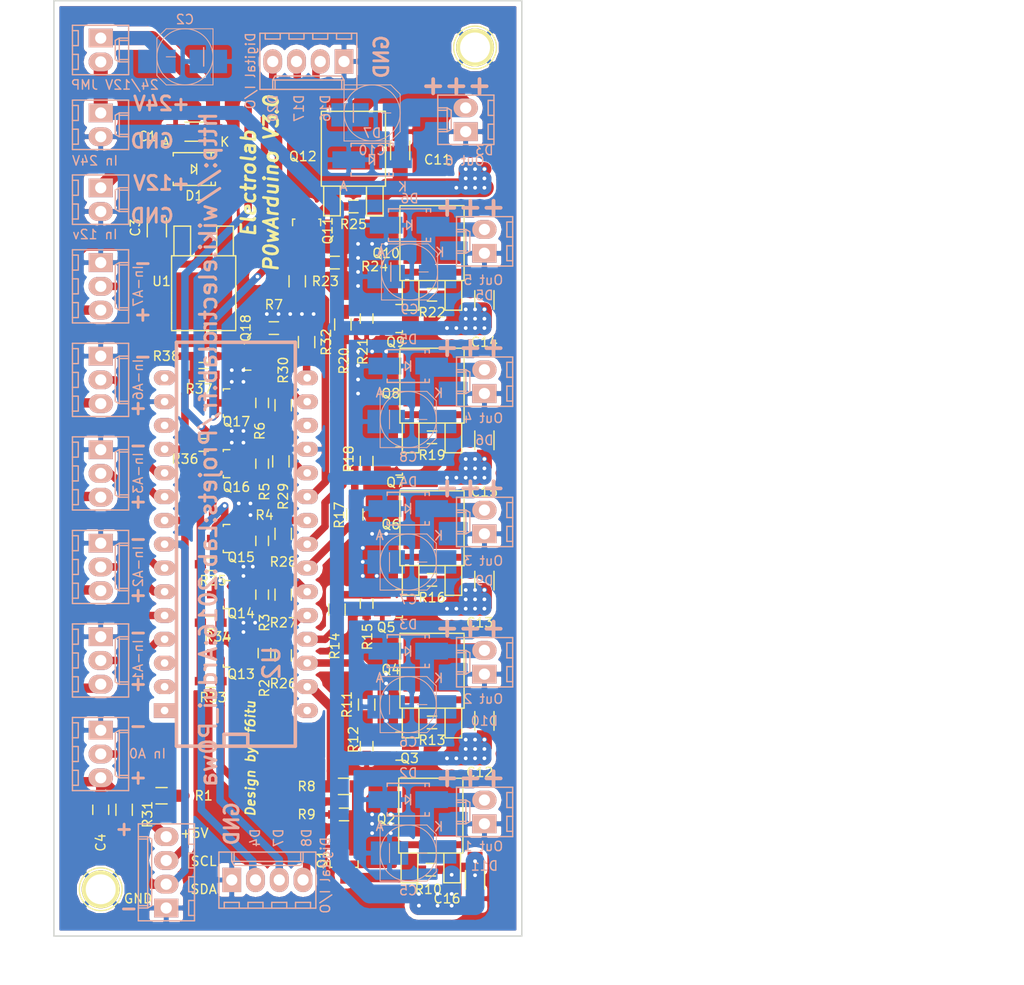
<source format=kicad_pcb>
(kicad_pcb (version 20171130) (host pcbnew "(5.0.2)-1")
  (layers (0 F.Cu signal) (31 B.Cu signal) (34 B.Paste user) (35 F.Paste user) (36 B.SilkS user) (37 F.SilkS user) (38 B.Mask user) (39 F.Mask user) (44 Edge.Cuts user))
  (net 0 "")
  (net 1 +12V)
  (net 2 GND)
  (net 3 "Net-(C5-Pad1)")
  (net 4 "Net-(C6-Pad1)")
  (net 5 "Net-(C7-Pad1)")
  (net 6 "Net-(C8-Pad1)")
  (net 7 "Net-(C9-Pad1)")
  (net 8 "Net-(C10-Pad1)")
  (net 9 "Net-(D1-Pad2)")
  (net 10 +5V)
  (net 11 "Net-(P8-Pad3)")
  (net 12 "Net-(Q1-Pad1)")
  (net 13 "Net-(Q3-Pad1)")
  (net 14 "Net-(Q5-Pad1)")
  (net 15 "Net-(Q7-Pad1)")
  (net 16 "Net-(Q9-Pad1)")
  (net 17 "Net-(Q10-Pad1)")
  (net 18 "Net-(Q11-Pad1)")
  (net 19 "Net-(R8-Pad2)")
  (net 20 "Net-(R11-Pad2)")
  (net 21 "Net-(R14-Pad2)")
  (net 22 "Net-(R17-Pad2)")
  (net 23 "Net-(R20-Pad2)")
  (net 24 "Net-(R23-Pad2)")
  (net 25 "Net-(Q1-Pad3)")
  (net 26 "Net-(Q3-Pad3)")
  (net 27 "Net-(Q5-Pad3)")
  (net 28 "Net-(Q7-Pad3)")
  (net 29 "Net-(Q11-Pad3)")
  (net 30 "Net-(P17-Pad2)")
  (net 31 "Net-(P17-Pad3)")
  (net 32 "Net-(P17-Pad4)")
  (net 33 "Net-(P18-Pad2)")
  (net 34 "Net-(P18-Pad3)")
  (net 35 "Net-(P18-Pad4)")
  (net 36 "Net-(Q13-Pad1)")
  (net 37 "Net-(Q14-Pad1)")
  (net 38 "Net-(Q15-Pad1)")
  (net 39 "Net-(Q16-Pad1)")
  (net 40 "Net-(Q17-Pad1)")
  (net 41 "Net-(Q18-Pad1)")
  (net 42 "Net-(R26-Pad2)")
  (net 43 "Net-(R27-Pad2)")
  (net 44 "Net-(R28-Pad2)")
  (net 45 "Net-(R29-Pad2)")
  (net 46 "Net-(R30-Pad2)")
  (net 47 "Net-(R32-Pad2)")
  (net 48 "Net-(C11-Pad2)")
  (net 49 "Net-(P2-Pad2)")
  (net 50 "Net-(P3-Pad2)")
  (net 51 "Net-(P4-Pad2)")
  (net 52 "Net-(P5-Pad2)")
  (net 53 "Net-(P6-Pad2)")
  (net 54 "Net-(P7-Pad2)")
  (net 55 "Net-(P8-Pad2)")
  (module ventirad:arduino_nano (layer B.Cu) (at 126.445 116.84 90)
    (fp_text reference U2 (at -13.97 3.81 90) (layer B.SilkS) (effects (font (size 1.778 1.778) (thickness 0.3048)) (justify mirror)))
    (fp_text value http://wiki.electrolab.fr/Projets:Lab:2016:Ardui_P0wa (at 8.84 -2.945 90) (layer B.SilkS) (effects (font (size 1.778 1.778) (thickness 0.3048)) (justify mirror)))
    (pad 1 thru_hole rect (at -19.05 -7.62 90) (size 1.5748 2.286) (drill 0.8128) (layers *.Cu *.Mask B.SilkS))
    (pad 2 thru_hole oval (at -16.51 -7.62 90) (size 1.5748 2.286) (drill 0.8128) (layers *.Cu *.Mask B.SilkS))
    (pad 3 thru_hole oval (at -13.97 -7.62 90) (size 1.5748 2.286) (drill 0.8128) (layers *.Cu *.Mask B.SilkS))
    (pad 4 thru_hole oval (at -11.43 -7.62 90) (size 1.5748 2.286) (drill 0.8128) (layers *.Cu *.Mask B.SilkS) (net 49 "Net-(P2-Pad2)"))
    (pad 5 thru_hole oval (at -8.89 -7.62 90) (size 1.5748 2.286) (drill 0.8128) (layers *.Cu *.Mask B.SilkS) (net 50 "Net-(P3-Pad2)"))
    (pad 6 thru_hole oval (at -6.35 -7.62 90) (size 1.5748 2.286) (drill 0.8128) (layers *.Cu *.Mask B.SilkS) (net 51 "Net-(P4-Pad2)"))
    (pad 7 thru_hole oval (at -3.81 -7.62 90) (size 1.5748 2.286) (drill 0.8128) (layers *.Cu *.Mask B.SilkS) (net 52 "Net-(P5-Pad2)"))
    (pad 8 thru_hole oval (at -1.27 -7.62 90) (size 1.5748 2.286) (drill 0.8128) (layers *.Cu *.Mask B.SilkS) (net 55 "Net-(P8-Pad2)"))
    (pad 9 thru_hole oval (at 1.27 -7.62 90) (size 1.5748 2.286) (drill 0.8128) (layers *.Cu *.Mask B.SilkS) (net 11 "Net-(P8-Pad3)"))
    (pad 10 thru_hole oval (at 3.81 -7.62 90) (size 1.5748 2.286) (drill 0.8128) (layers *.Cu *.Mask B.SilkS) (net 53 "Net-(P6-Pad2)"))
    (pad 11 thru_hole oval (at 6.35 -7.62 90) (size 1.5748 2.286) (drill 0.8128) (layers *.Cu *.Mask B.SilkS) (net 54 "Net-(P7-Pad2)"))
    (pad 12 thru_hole oval (at 8.89 -7.62 90) (size 1.5748 2.286) (drill 0.8128) (layers *.Cu *.Mask B.SilkS) (net 10 +5V))
    (pad 13 thru_hole oval (at 11.43 -7.62 90) (size 1.5748 2.286) (drill 0.8128) (layers *.Cu *.Mask B.SilkS))
    (pad 14 thru_hole oval (at 13.97 -7.62 90) (size 1.5748 2.286) (drill 0.8128) (layers *.Cu *.Mask B.SilkS) (net 2 GND))
    (pad 15 thru_hole oval (at 16.51 -7.62 90) (size 1.5748 2.286) (drill 0.8128) (layers *.Cu *.Mask B.SilkS))
    (pad 16 thru_hole oval (at 16.51 7.62 90) (size 1.5748 2.286) (drill 0.8128) (layers *.Cu *.Mask B.SilkS) (net 47 "Net-(R32-Pad2)"))
    (pad 17 thru_hole oval (at 13.97 7.62 90) (size 1.5748 2.286) (drill 0.8128) (layers *.Cu *.Mask B.SilkS) (net 46 "Net-(R30-Pad2)"))
    (pad 18 thru_hole oval (at 11.43 7.62 90) (size 1.5748 2.286) (drill 0.8128) (layers *.Cu *.Mask B.SilkS))
    (pad 19 thru_hole oval (at 8.89 7.62 90) (size 1.5748 2.286) (drill 0.8128) (layers *.Cu *.Mask B.SilkS) (net 2 GND))
    (pad 20 thru_hole oval (at 6.35 7.62 90) (size 1.5748 2.286) (drill 0.8128) (layers *.Cu *.Mask B.SilkS) (net 45 "Net-(R29-Pad2)"))
    (pad 21 thru_hole oval (at 3.81 7.62 90) (size 1.5748 2.286) (drill 0.8128) (layers *.Cu *.Mask B.SilkS) (net 24 "Net-(R23-Pad2)"))
    (pad 22 thru_hole oval (at 1.27 7.62 90) (size 1.5748 2.286) (drill 0.8128) (layers *.Cu *.Mask B.SilkS) (net 44 "Net-(R28-Pad2)"))
    (pad 23 thru_hole oval (at -1.27 7.62 90) (size 1.5748 2.286) (drill 0.8128) (layers *.Cu *.Mask B.SilkS) (net 23 "Net-(R20-Pad2)"))
    (pad 24 thru_hole oval (at -3.81 7.62 90) (size 1.5748 2.286) (drill 0.8128) (layers *.Cu *.Mask B.SilkS) (net 22 "Net-(R17-Pad2)"))
    (pad 25 thru_hole oval (at -6.35 7.62 90) (size 1.5748 2.286) (drill 0.8128) (layers *.Cu *.Mask B.SilkS) (net 43 "Net-(R27-Pad2)"))
    (pad 26 thru_hole oval (at -8.89 7.62 90) (size 1.5748 2.286) (drill 0.8128) (layers *.Cu *.Mask B.SilkS) (net 42 "Net-(R26-Pad2)"))
    (pad 27 thru_hole oval (at -11.43 7.62 90) (size 1.5748 2.286) (drill 0.8128) (layers *.Cu *.Mask B.SilkS) (net 21 "Net-(R14-Pad2)"))
    (pad 28 thru_hole oval (at -13.97 7.62 90) (size 1.5748 2.286) (drill 0.8128) (layers *.Cu *.Mask B.SilkS) (net 20 "Net-(R11-Pad2)"))
    (pad 29 thru_hole oval (at -16.51 7.62 90) (size 1.5748 2.286) (drill 0.8128) (layers *.Cu *.Mask B.SilkS) (net 19 "Net-(R8-Pad2)"))
    (pad 30 thru_hole oval (at -19.05 7.62 90) (size 1.5748 2.286) (drill 0.8128) (layers *.Cu *.Mask B.SilkS))
  )
  (module kk:Molex_KK_6410-02 (layer B.Cu) (at 112 64 270)
    (fp_text reference "" (at 1 4.5 270) (layer B.SilkS) (effects (justify mirror)))
    (fp_text value "24/12V JMP" (at 5 -1.5) (layer B.SilkS) (effects (justify mirror)))
    (pad 1 thru_hole rect (at 0 0 270) (size 2 2.6) (drill 1.2) (layers *.Cu *.Mask B.SilkS) (net 1 +12V))
    (pad 2 thru_hole oval (at 2.54 0 270) (size 2 2.6) (drill 1.2) (layers *.Cu *.Mask B.SilkS) (net 48 "Net-(C11-Pad2)"))
  )
  (module Capacitors_SMD:C_1206_HandSoldering (layer F.Cu) (at 122 74 180)
    (fp_text reference C1 (at 5 -0.5 180) (layer F.SilkS))
    (fp_text value 100n)
    (pad 1 smd rect (at -2 0 180) (size 2 1.6) (layers F.Cu F.Paste F.Mask) (net 1 +12V))
    (pad 2 smd rect (at 2 0 180) (size 2 1.6) (layers F.Cu F.Paste F.Mask) (net 2 GND))
  )
  (module Capacitors_SMD:C_1206_HandSoldering (layer F.Cu) (at 118 84.25 90)
    (fp_text reference C3 (at 0 -2.3 90) (layer F.SilkS))
    (fp_text value 100n)
    (pad 1 smd rect (at -2 0 90) (size 2 1.6) (layers F.Cu F.Paste F.Mask) (net 10 +5V))
    (pad 2 smd rect (at 2 0 90) (size 2 1.6) (layers F.Cu F.Paste F.Mask) (net 2 GND))
  )
  (module Capacitors_SMD:C_0805_HandSoldering (layer F.Cu) (at 112 146.5 270)
    (fp_text reference C4 (at 3.5 0 270) (layer F.SilkS))
    (fp_text value 10n)
    (pad 1 smd rect (at -1.25 0 270) (size 1.5 1.25) (layers F.Cu F.Paste F.Mask) (net 10 +5V))
    (pad 2 smd rect (at 1.25 0 270) (size 1.5 1.25) (layers F.Cu F.Paste F.Mask) (net 2 GND))
  )
  (module TO_SOT_Packages_SMD:SOT-23_Handsoldering (layer F.Cu) (at 138 152 180)
    (fp_text reference Q1 (at 2.306 0.209 270) (layer F.SilkS))
    (fp_text value 2N7000)
    (pad 1 smd rect (at -0.95 1.50114 180) (size 0.8001 1.80086) (layers F.Cu F.Paste F.Mask) (net 12 "Net-(Q1-Pad1)"))
    (pad 2 smd rect (at 0.95 1.50114 180) (size 0.8001 1.80086) (layers F.Cu F.Paste F.Mask) (net 2 GND))
    (pad 3 smd rect (at 0 -1.50114 180) (size 0.8001 1.80086) (layers F.Cu F.Paste F.Mask) (net 25 "Net-(Q1-Pad3)"))
  )
  (module TO_SOT_Packages_SMD:TO-252-2Lead (layer F.Cu) (at 147.273 152.654)
    (fp_text reference Q2 (at -4.773 -5.154) (layer F.SilkS))
    (fp_text value IRFR9014)
    (pad 1 smd rect (at -2.286 0) (size 1.651 3.048) (layers F.Cu F.Paste F.Mask) (net 25 "Net-(Q1-Pad3)"))
    (pad 2 smd rect (at 0 -6.35) (size 6.096 6.096) (layers F.Cu F.Paste F.Mask) (net 3 "Net-(C5-Pad1)"))
    (pad 3 smd rect (at 2.286 0) (size 1.651 3.048) (layers F.Cu F.Paste F.Mask) (net 48 "Net-(C11-Pad2)"))
  )
  (module TO_SOT_Packages_SMD:SOT-23_Handsoldering (layer F.Cu) (at 143.59 139.7 270)
    (fp_text reference Q3 (at 1.3 -1.41) (layer F.SilkS))
    (fp_text value 2N7000)
    (pad 1 smd rect (at -0.95 1.50114 270) (size 0.8001 1.80086) (layers F.Cu F.Paste F.Mask) (net 13 "Net-(Q3-Pad1)"))
    (pad 2 smd rect (at 0.95 1.50114 270) (size 0.8001 1.80086) (layers F.Cu F.Paste F.Mask) (net 2 GND))
    (pad 3 smd rect (at 0 -1.50114 270) (size 0.8001 1.80086) (layers F.Cu F.Paste F.Mask) (net 26 "Net-(Q3-Pad3)"))
  )
  (module TO_SOT_Packages_SMD:TO-252-2Lead (layer F.Cu) (at 147.4 137.16)
    (fp_text reference Q4 (at -4.4 -5.66) (layer F.SilkS))
    (fp_text value IRFR9014)
    (pad 1 smd rect (at -2.286 0) (size 1.651 3.048) (layers F.Cu F.Paste F.Mask) (net 26 "Net-(Q3-Pad3)"))
    (pad 2 smd rect (at 0 -6.35) (size 6.096 6.096) (layers F.Cu F.Paste F.Mask) (net 4 "Net-(C6-Pad1)"))
    (pad 3 smd rect (at 2.286 0) (size 1.651 3.048) (layers F.Cu F.Paste F.Mask) (net 48 "Net-(C11-Pad2)"))
  )
  (module TO_SOT_Packages_SMD:SOT-23_Handsoldering (layer F.Cu) (at 143.59 124.46 270)
    (fp_text reference Q5 (at 2.54 1.09) (layer F.SilkS))
    (fp_text value 2N7000)
    (pad 1 smd rect (at -0.95 1.50114 270) (size 0.8001 1.80086) (layers F.Cu F.Paste F.Mask) (net 14 "Net-(Q5-Pad1)"))
    (pad 2 smd rect (at 0.95 1.50114 270) (size 0.8001 1.80086) (layers F.Cu F.Paste F.Mask) (net 2 GND))
    (pad 3 smd rect (at 0 -1.50114 270) (size 0.8001 1.80086) (layers F.Cu F.Paste F.Mask) (net 27 "Net-(Q5-Pad3)"))
  )
  (module TO_SOT_Packages_SMD:TO-252-2Lead (layer F.Cu) (at 147.4 121.92)
    (fp_text reference Q6 (at -4.4 -5.92) (layer F.SilkS))
    (fp_text value IRFR9014)
    (pad 1 smd rect (at -2.286 0) (size 1.651 3.048) (layers F.Cu F.Paste F.Mask) (net 27 "Net-(Q5-Pad3)"))
    (pad 2 smd rect (at 0 -6.35) (size 6.096 6.096) (layers F.Cu F.Paste F.Mask) (net 5 "Net-(C7-Pad1)"))
    (pad 3 smd rect (at 2.286 0) (size 1.651 3.048) (layers F.Cu F.Paste F.Mask) (net 48 "Net-(C11-Pad2)"))
  )
  (module TO_SOT_Packages_SMD:SOT-23_Handsoldering (layer F.Cu) (at 143.59 109.22 270)
    (fp_text reference Q7 (at 2.28 0.09) (layer F.SilkS))
    (fp_text value 2N7000)
    (pad 1 smd rect (at -0.95 1.50114 270) (size 0.8001 1.80086) (layers F.Cu F.Paste F.Mask) (net 15 "Net-(Q7-Pad1)"))
    (pad 2 smd rect (at 0.95 1.50114 270) (size 0.8001 1.80086) (layers F.Cu F.Paste F.Mask) (net 2 GND))
    (pad 3 smd rect (at 0 -1.50114 270) (size 0.8001 1.80086) (layers F.Cu F.Paste F.Mask) (net 28 "Net-(Q7-Pad3)"))
  )
  (module TO_SOT_Packages_SMD:TO-252-2Lead (layer F.Cu) (at 147.4 106.68)
    (fp_text reference Q8 (at -4.4 -4.68) (layer F.SilkS))
    (fp_text value IRFR9014)
    (pad 1 smd rect (at -2.286 0) (size 1.651 3.048) (layers F.Cu F.Paste F.Mask) (net 28 "Net-(Q7-Pad3)"))
    (pad 2 smd rect (at 0 -6.35) (size 6.096 6.096) (layers F.Cu F.Paste F.Mask) (net 6 "Net-(C8-Pad1)"))
    (pad 3 smd rect (at 2.286 0) (size 1.651 3.048) (layers F.Cu F.Paste F.Mask) (net 48 "Net-(C11-Pad2)"))
  )
  (module TO_SOT_Packages_SMD:SOT-23_Handsoldering (layer F.Cu) (at 143.59 93.98 270)
    (fp_text reference Q9 (at 2.52 0.09) (layer F.SilkS))
    (fp_text value 2N7000)
    (pad 1 smd rect (at -0.95 1.50114 270) (size 0.8001 1.80086) (layers F.Cu F.Paste F.Mask) (net 16 "Net-(Q9-Pad1)"))
    (pad 2 smd rect (at 0.95 1.50114 270) (size 0.8001 1.80086) (layers F.Cu F.Paste F.Mask) (net 2 GND))
    (pad 3 smd rect (at 0 -1.50114 270) (size 0.8001 1.80086) (layers F.Cu F.Paste F.Mask) (net 17 "Net-(Q10-Pad1)"))
  )
  (module TO_SOT_Packages_SMD:TO-252-2Lead (layer F.Cu) (at 147.4 91.44)
    (fp_text reference Q10 (at -4.9 -4.44) (layer F.SilkS))
    (fp_text value IRFR9014)
    (pad 1 smd rect (at -2.286 0) (size 1.651 3.048) (layers F.Cu F.Paste F.Mask) (net 17 "Net-(Q10-Pad1)"))
    (pad 2 smd rect (at 0 -6.35) (size 6.096 6.096) (layers F.Cu F.Paste F.Mask) (net 7 "Net-(C9-Pad1)"))
    (pad 3 smd rect (at 2.286 0) (size 1.651 3.048) (layers F.Cu F.Paste F.Mask) (net 48 "Net-(C11-Pad2)"))
  )
  (module TO_SOT_Packages_SMD:SOT-23_Handsoldering (layer F.Cu) (at 134 84)
    (fp_text reference Q11 (at 2.26 0.59 90) (layer F.SilkS))
    (fp_text value 2N7000)
    (pad 1 smd rect (at -0.95 1.50114) (size 0.8001 1.80086) (layers F.Cu F.Paste F.Mask) (net 18 "Net-(Q11-Pad1)"))
    (pad 2 smd rect (at 0.95 1.50114) (size 0.8001 1.80086) (layers F.Cu F.Paste F.Mask) (net 2 GND))
    (pad 3 smd rect (at 0 -1.50114) (size 0.8001 1.80086) (layers F.Cu F.Paste F.Mask) (net 29 "Net-(Q11-Pad3)"))
  )
  (module TO_SOT_Packages_SMD:TO-252-2Lead (layer F.Cu) (at 139 81.35)
    (fp_text reference Q12 (at -5.4 -4.7) (layer F.SilkS))
    (fp_text value IRFR9014)
    (pad 1 smd rect (at -2.286 0) (size 1.651 3.048) (layers F.Cu F.Paste F.Mask) (net 29 "Net-(Q11-Pad3)"))
    (pad 2 smd rect (at 0 -6.35) (size 6.096 6.096) (layers F.Cu F.Paste F.Mask) (net 8 "Net-(C10-Pad1)"))
    (pad 3 smd rect (at 2.286 0) (size 1.651 3.048) (layers F.Cu F.Paste F.Mask) (net 48 "Net-(C11-Pad2)"))
  )
  (module TO_SOT_Packages_SMD:TO-252-2Lead (layer F.Cu) (at 123 85.75 180)
    (fp_text reference U1 (at 4.5 -4.25 180) (layer F.SilkS))
    (fp_text value LM7805)
    (pad 1 smd rect (at -2.286 0 180) (size 1.651 3.048) (layers F.Cu F.Paste F.Mask) (net 1 +12V))
    (pad 2 smd rect (at 0 -6.35 180) (size 6.096 6.096) (layers F.Cu F.Paste F.Mask) (net 2 GND))
    (pad 3 smd rect (at 2.286 0 180) (size 1.651 3.048) (layers F.Cu F.Paste F.Mask) (net 10 +5V))
  )
  (module Diodes_SMD:SMA_Handsoldering (layer F.Cu) (at 122 78 180)
    (fp_text reference D1 (at 0 -2.85 180) (layer F.SilkS))
    (fp_text value SS-26)
    (fp_text user K (at -3.25 2.9 180) (layer F.SilkS))
    (fp_text user A (at 3.05 2.85 180) (layer F.SilkS))
    (pad 1 smd rect (at -2.49936 0 180) (size 3.50012 1.80086) (layers F.Cu F.Paste F.Mask) (net 1 +12V))
    (pad 2 smd rect (at 2.49936 0 180) (size 3.50012 1.80086) (layers F.Cu F.Paste F.Mask) (net 9 "Net-(D1-Pad2)"))
  )
  (module Diodes_SMD:SMA_Handsoldering (layer B.Cu) (at 144.86 145.415 180)
    (fp_text reference D2 (at 0 2.85 180) (layer B.SilkS) (effects (justify mirror)))
    (fp_text value SS-26)
    (fp_text user K (at -3.25 -2.9 180) (layer B.SilkS) (effects (justify mirror)))
    (fp_text user A (at 3.05 -2.85 180) (layer B.SilkS) (effects (justify mirror)))
    (pad 1 smd rect (at -2.49936 0 180) (size 3.50012 1.80086) (layers B.Cu B.Paste B.Mask) (net 3 "Net-(C5-Pad1)"))
    (pad 2 smd rect (at 2.49936 0 180) (size 3.50012 1.80086) (layers B.Cu B.Paste B.Mask) (net 2 GND))
  )
  (module Diodes_SMD:SMA_Handsoldering (layer B.Cu) (at 144.86 129.54 180)
    (fp_text reference D3 (at 0 2.85 180) (layer B.SilkS) (effects (justify mirror)))
    (fp_text value SS-26)
    (fp_text user K (at -3.25 -2.9 180) (layer B.SilkS) (effects (justify mirror)))
    (fp_text user A (at 3.05 -2.85 180) (layer B.SilkS) (effects (justify mirror)))
    (pad 1 smd rect (at -2.49936 0 180) (size 3.50012 1.80086) (layers B.Cu B.Paste B.Mask) (net 4 "Net-(C6-Pad1)"))
    (pad 2 smd rect (at 2.49936 0 180) (size 3.50012 1.80086) (layers B.Cu B.Paste B.Mask) (net 2 GND))
  )
  (module Diodes_SMD:SMA_Handsoldering (layer B.Cu) (at 144.86 114.3 180)
    (fp_text reference D4 (at 0 2.85 180) (layer B.SilkS) (effects (justify mirror)))
    (fp_text value SS-26)
    (fp_text user K (at -3.25 -2.9 180) (layer B.SilkS) (effects (justify mirror)))
    (fp_text user A (at 3.05 -2.85 180) (layer B.SilkS) (effects (justify mirror)))
    (pad 1 smd rect (at -2.49936 0 180) (size 3.50012 1.80086) (layers B.Cu B.Paste B.Mask) (net 5 "Net-(C7-Pad1)"))
    (pad 2 smd rect (at 2.49936 0 180) (size 3.50012 1.80086) (layers B.Cu B.Paste B.Mask) (net 2 GND))
  )
  (module Diodes_SMD:SMA_Handsoldering (layer B.Cu) (at 144.86 99.06 180)
    (fp_text reference D5 (at 0 2.85 180) (layer B.SilkS) (effects (justify mirror)))
    (fp_text value SS-26)
    (fp_text user K (at -3.25 -2.9 180) (layer B.SilkS) (effects (justify mirror)))
    (fp_text user A (at 3.05 -2.85 180) (layer B.SilkS) (effects (justify mirror)))
    (pad 1 smd rect (at -2.49936 0 180) (size 3.50012 1.80086) (layers B.Cu B.Paste B.Mask) (net 6 "Net-(C8-Pad1)"))
    (pad 2 smd rect (at 2.49936 0 180) (size 3.50012 1.80086) (layers B.Cu B.Paste B.Mask) (net 2 GND))
  )
  (module Diodes_SMD:SMA_Handsoldering (layer B.Cu) (at 145 84 180)
    (fp_text reference D6 (at 0 2.85 180) (layer B.SilkS) (effects (justify mirror)))
    (fp_text value SS-26)
    (fp_text user K (at -3.25 -2.9 180) (layer B.SilkS) (effects (justify mirror)))
    (fp_text user A (at 3.05 -2.85 180) (layer B.SilkS) (effects (justify mirror)))
    (pad 1 smd rect (at -2.49936 0 180) (size 3.50012 1.80086) (layers B.Cu B.Paste B.Mask) (net 7 "Net-(C9-Pad1)"))
    (pad 2 smd rect (at 2.49936 0 180) (size 3.50012 1.80086) (layers B.Cu B.Paste B.Mask) (net 2 GND))
  )
  (module Diodes_SMD:SMA_Handsoldering (layer B.Cu) (at 141 77 180)
    (fp_text reference D7 (at 0 2.85 180) (layer B.SilkS) (effects (justify mirror)))
    (fp_text value SS-26)
    (fp_text user K (at -3.25 -2.9 180) (layer B.SilkS) (effects (justify mirror)))
    (fp_text user A (at 3.05 -2.85 180) (layer B.SilkS) (effects (justify mirror)))
    (pad 1 smd rect (at -2.49936 0 180) (size 3.50012 1.80086) (layers B.Cu B.Paste B.Mask) (net 8 "Net-(C10-Pad1)"))
    (pad 2 smd rect (at 2.49936 0 180) (size 3.50012 1.80086) (layers B.Cu B.Paste B.Mask) (net 2 GND))
  )
  (module cap_pol:c_elec_6.3x7.7 (layer B.Cu) (at 121 66 180)
    (fp_text reference C2 (at 0 4 180) (layer B.SilkS) (effects (justify mirror)))
    (fp_text value 200u)
    (pad 1 smd rect (at 3 -0.5 180) (size 4 2.5) (layers B.Cu B.Paste B.Mask) (net 1 +12V))
    (pad 2 smd rect (at -2.5 -0.5 180) (size 4 2.5) (layers B.Cu B.Paste B.Mask) (net 2 GND))
  )
  (module cap_pol:c_elec_6.3x7.7 (layer B.Cu) (at 144.86 151.13)
    (fp_text reference C5 (at 0 4) (layer B.SilkS) (effects (justify mirror)))
    (fp_text value 100u)
    (pad 1 smd rect (at 3.14 -0.13) (size 4 2.5) (layers B.Cu B.Paste B.Mask) (net 3 "Net-(C5-Pad1)"))
    (pad 2 smd rect (at -2 0) (size 4 2.5) (layers B.Cu B.Paste B.Mask) (net 2 GND))
  )
  (module cap_pol:c_elec_6.3x7.7 (layer B.Cu) (at 144.86 135.255)
    (fp_text reference C6 (at 0 4) (layer B.SilkS) (effects (justify mirror)))
    (fp_text value 100u)
    (pad 1 smd rect (at 3.14 0.245) (size 4 2.5) (layers B.Cu B.Paste B.Mask) (net 4 "Net-(C6-Pad1)"))
    (pad 2 smd rect (at -2.36 0.245) (size 4 2.5) (layers B.Cu B.Paste B.Mask) (net 2 GND))
  )
  (module cap_pol:c_elec_6.3x7.7 (layer B.Cu) (at 144.86 120.015)
    (fp_text reference C7 (at 0 4) (layer B.SilkS) (effects (justify mirror)))
    (fp_text value 100u)
    (pad 1 smd rect (at 3.14 -0.015) (size 4 2.5) (layers B.Cu B.Paste B.Mask) (net 5 "Net-(C7-Pad1)"))
    (pad 2 smd rect (at -2.36 -0.015) (size 4 2.5) (layers B.Cu B.Paste B.Mask) (net 2 GND))
  )
  (module cap_pol:c_elec_6.3x7.7 (layer B.Cu) (at 144.86 104.775)
    (fp_text reference C8 (at 0 4) (layer B.SilkS) (effects (justify mirror)))
    (fp_text value 100u)
    (pad 1 smd rect (at 3.14 0.225) (size 4 2.5) (layers B.Cu B.Paste B.Mask) (net 6 "Net-(C8-Pad1)"))
    (pad 2 smd rect (at -2.36 0.225) (size 4 2.5) (layers B.Cu B.Paste B.Mask) (net 2 GND))
  )
  (module cap_pol:c_elec_6.3x7.7 (layer B.Cu) (at 145 89)
    (fp_text reference C9 (at 0 4) (layer B.SilkS) (effects (justify mirror)))
    (fp_text value 100u)
    (pad 1 smd rect (at 3 0.5) (size 4 2.5) (layers B.Cu B.Paste B.Mask) (net 7 "Net-(C9-Pad1)"))
    (pad 2 smd rect (at -2.5 0.5) (size 4 2.5) (layers B.Cu B.Paste B.Mask) (net 2 GND))
  )
  (module cap_pol:c_elec_6.3x7.7 (layer B.Cu) (at 141 72)
    (fp_text reference C10 (at 0 4) (layer B.SilkS) (effects (justify mirror)))
    (fp_text value 100u)
    (pad 1 smd rect (at 3.14 0.205) (size 4 2.5) (layers B.Cu B.Paste B.Mask) (net 8 "Net-(C10-Pad1)"))
    (pad 2 smd rect (at -2.36 0.205) (size 4 2.5) (layers B.Cu B.Paste B.Mask) (net 2 GND))
  )
  (module kk:Molex_KK_6410-02 (layer B.Cu) (at 112 80 270)
    (fp_text reference "" (at 1 4.5 270) (layer B.SilkS) (effects (justify mirror)))
    (fp_text value "In 12v" (at 4.99 0.61) (layer B.SilkS) (effects (justify mirror)))
    (pad 1 thru_hole rect (at 0 0 270) (size 2 2.6) (drill 1.2) (layers *.Cu *.Mask B.SilkS) (net 9 "Net-(D1-Pad2)"))
    (pad 2 thru_hole oval (at 2.54 0 270) (size 2 2.6) (drill 1.2) (layers *.Cu *.Mask B.SilkS) (net 2 GND))
  )
  (module kk:Molex_KK_6410-03 (layer B.Cu) (at 112 138 270)
    (fp_text reference "" (at 1 10.5 270) (layer B.SilkS) (effects (justify mirror)))
    (fp_text value "In A0" (at 2.5 -5) (layer B.SilkS) (effects (justify mirror)))
    (pad 1 thru_hole rect (at 0 0 270) (size 2 2.6) (drill 1.2) (layers *.Cu *.Mask B.SilkS) (net 2 GND))
    (pad 2 thru_hole oval (at 2.54 0 270) (size 2 2.6) (drill 1.2) (layers *.Cu *.Mask B.SilkS) (net 49 "Net-(P2-Pad2)"))
    (pad 3 thru_hole oval (at 5.08 0 270) (size 2 2.6) (drill 1.2) (layers *.Cu *.Mask B.SilkS) (net 10 +5V))
  )
  (module kk:Molex_KK_6410-03 (layer B.Cu) (at 112 128 270)
    (fp_text reference "" (at 0.5 10 270) (layer B.SilkS) (effects (justify mirror)))
    (fp_text value In-A1 (at 2.5 -4 270) (layer B.SilkS) (effects (justify mirror)))
    (pad 1 thru_hole rect (at 0 0 270) (size 2 2.6) (drill 1.2) (layers *.Cu *.Mask B.SilkS) (net 2 GND))
    (pad 2 thru_hole oval (at 2.54 0 270) (size 2 2.6) (drill 1.2) (layers *.Cu *.Mask B.SilkS) (net 50 "Net-(P3-Pad2)"))
    (pad 3 thru_hole oval (at 5.08 0 270) (size 2 2.6) (drill 1.2) (layers *.Cu *.Mask B.SilkS) (net 10 +5V))
  )
  (module kk:Molex_KK_6410-03 (layer B.Cu) (at 112 118 270)
    (fp_text reference "" (at 1 4.5 270) (layer B.SilkS) (effects (justify mirror)))
    (fp_text value In-A2 (at 2.5 -4 270) (layer B.SilkS) (effects (justify mirror)))
    (pad 1 thru_hole rect (at 0 0 270) (size 2 2.6) (drill 1.2) (layers *.Cu *.Mask B.SilkS) (net 2 GND))
    (pad 2 thru_hole oval (at 2.54 0 270) (size 2 2.6) (drill 1.2) (layers *.Cu *.Mask B.SilkS) (net 51 "Net-(P4-Pad2)"))
    (pad 3 thru_hole oval (at 5.08 0 270) (size 2 2.6) (drill 1.2) (layers *.Cu *.Mask B.SilkS) (net 10 +5V))
  )
  (module kk:Molex_KK_6410-03 (layer B.Cu) (at 112 108 270)
    (fp_text reference "" (at 1 4.5 270) (layer B.SilkS) (effects (justify mirror)))
    (fp_text value In-A3 (at 2.5 -4 270) (layer B.SilkS) (effects (justify mirror)))
    (pad 1 thru_hole rect (at 0 0 270) (size 2 2.6) (drill 1.2) (layers *.Cu *.Mask B.SilkS) (net 2 GND))
    (pad 2 thru_hole oval (at 2.54 0 270) (size 2 2.6) (drill 1.2) (layers *.Cu *.Mask B.SilkS) (net 52 "Net-(P5-Pad2)"))
    (pad 3 thru_hole oval (at 5.08 0 270) (size 2 2.6) (drill 1.2) (layers *.Cu *.Mask B.SilkS) (net 10 +5V))
  )
  (module kk:Molex_KK_6410-03 (layer B.Cu) (at 112 98 270)
    (fp_text reference "" (at 1 4.5 270) (layer B.SilkS) (effects (justify mirror)))
    (fp_text value In-A6 (at 2.5 -4 270) (layer B.SilkS) (effects (justify mirror)))
    (pad 1 thru_hole rect (at 0 0 270) (size 2 2.6) (drill 1.2) (layers *.Cu *.Mask B.SilkS) (net 2 GND))
    (pad 2 thru_hole oval (at 2.54 0 270) (size 2 2.6) (drill 1.2) (layers *.Cu *.Mask B.SilkS) (net 53 "Net-(P6-Pad2)"))
    (pad 3 thru_hole oval (at 5.08 0 270) (size 2 2.6) (drill 1.2) (layers *.Cu *.Mask B.SilkS) (net 10 +5V))
  )
  (module kk:Molex_KK_6410-03 (layer B.Cu) (at 112 88 270)
    (fp_text reference "" (at 1 4.5 270) (layer B.SilkS) (effects (justify mirror)))
    (fp_text value In-A7 (at 2.5 -4 270) (layer B.SilkS) (effects (justify mirror)))
    (pad 1 thru_hole rect (at 0 0 270) (size 2 2.6) (drill 1.2) (layers *.Cu *.Mask B.SilkS) (net 2 GND))
    (pad 2 thru_hole oval (at 2.54 0 270) (size 2 2.6) (drill 1.2) (layers *.Cu *.Mask B.SilkS) (net 54 "Net-(P7-Pad2)"))
    (pad 3 thru_hole oval (at 5.08 0 270) (size 2 2.6) (drill 1.2) (layers *.Cu *.Mask B.SilkS) (net 10 +5V))
  )
  (module kk:Molex_KK_6410-04 (layer B.Cu) (at 119 157 90)
    (fp_text reference "" (at -8 -7.5 180) (layer B.SilkS) (effects (justify mirror)))
    (fp_text value SCL (at 5 4 180) (layer F.SilkS))
    (pad 1 thru_hole rect (at 0 0 90) (size 2 2.6) (drill 1.2) (layers *.Cu *.Mask B.SilkS) (net 2 GND))
    (pad 2 thru_hole oval (at 2.54 0 90) (size 2 2.6) (drill 1.2) (layers *.Cu *.Mask B.SilkS) (net 55 "Net-(P8-Pad2)"))
    (pad 3 thru_hole oval (at 5.08 0 90) (size 2 2.6) (drill 1.2) (layers *.Cu *.Mask B.SilkS) (net 11 "Net-(P8-Pad3)"))
    (pad 4 thru_hole oval (at 7.62 0 90) (size 2 2.6) (drill 1.2) (layers *.Cu *.Mask B.SilkS) (net 10 +5V))
  )
  (module kk:Molex_KK_6410-02 (layer B.Cu) (at 112 72 270)
    (fp_text reference "" (at 1 4.5 270) (layer B.SilkS) (effects (justify mirror)))
    (fp_text value "In 24V" (at 5.11 0.61) (layer B.SilkS) (effects (justify mirror)))
    (pad 1 thru_hole rect (at 0 0 270) (size 2 2.6) (drill 1.2) (layers *.Cu *.Mask B.SilkS) (net 48 "Net-(C11-Pad2)"))
    (pad 2 thru_hole oval (at 2.54 0 270) (size 2 2.6) (drill 1.2) (layers *.Cu *.Mask B.SilkS) (net 2 GND))
  )
  (module kk:Molex_KK_6410-02 (layer B.Cu) (at 153 148 90)
    (fp_text reference "" (at 1 4.5 90) (layer B.SilkS) (effects (justify mirror)))
    (fp_text value "Out 1" (at -2.41 -0.115 180) (layer B.SilkS) (effects (justify mirror)))
    (pad 1 thru_hole rect (at 0 0 90) (size 2 2.6) (drill 1.2) (layers *.Cu *.Mask B.SilkS) (net 2 GND))
    (pad 2 thru_hole oval (at 2.54 0 90) (size 2 2.6) (drill 1.2) (layers *.Cu *.Mask B.SilkS) (net 3 "Net-(C5-Pad1)"))
  )
  (module kk:Molex_KK_6410-02 (layer B.Cu) (at 153 132 90)
    (fp_text reference "" (at 1 4.5 90) (layer B.SilkS) (effects (justify mirror)))
    (fp_text value "Out 2" (at -2.65 -0.115 180) (layer B.SilkS) (effects (justify mirror)))
    (pad 1 thru_hole rect (at 0 0 90) (size 2 2.6) (drill 1.2) (layers *.Cu *.Mask B.SilkS) (net 2 GND))
    (pad 2 thru_hole oval (at 2.54 0 90) (size 2 2.6) (drill 1.2) (layers *.Cu *.Mask B.SilkS) (net 4 "Net-(C6-Pad1)"))
  )
  (module kk:Molex_KK_6410-02 (layer B.Cu) (at 153 117 90)
    (fp_text reference "" (at 1 4.5 90) (layer B.SilkS) (effects (justify mirror)))
    (fp_text value "Out 3" (at -2.89 -0.115 180) (layer B.SilkS) (effects (justify mirror)))
    (pad 1 thru_hole rect (at 0 0 90) (size 2 2.6) (drill 1.2) (layers *.Cu *.Mask B.SilkS) (net 2 GND))
    (pad 2 thru_hole oval (at 2.54 0 90) (size 2 2.6) (drill 1.2) (layers *.Cu *.Mask B.SilkS) (net 5 "Net-(C7-Pad1)"))
  )
  (module kk:Molex_KK_6410-02 (layer B.Cu) (at 153 102 90)
    (fp_text reference "" (at 1 4.5 90) (layer B.SilkS) (effects (justify mirror)))
    (fp_text value "Out 4" (at -2.63 -0.115 180) (layer B.SilkS) (effects (justify mirror)))
    (pad 1 thru_hole rect (at 0 0 90) (size 2 2.6) (drill 1.2) (layers *.Cu *.Mask B.SilkS) (net 2 GND))
    (pad 2 thru_hole oval (at 2.54 0 90) (size 2 2.6) (drill 1.2) (layers *.Cu *.Mask B.SilkS) (net 6 "Net-(C8-Pad1)"))
  )
  (module kk:Molex_KK_6410-02 (layer B.Cu) (at 153 87 90)
    (fp_text reference "" (at 1 4.5 90) (layer B.SilkS) (effects (justify mirror)))
    (fp_text value "Out 5" (at -2.87 -0.115 180) (layer B.SilkS) (effects (justify mirror)))
    (pad 1 thru_hole rect (at 0 0 90) (size 2 2.6) (drill 1.2) (layers *.Cu *.Mask B.SilkS) (net 2 GND))
    (pad 2 thru_hole oval (at 2.54 0 90) (size 2 2.6) (drill 1.2) (layers *.Cu *.Mask B.SilkS) (net 7 "Net-(C9-Pad1)"))
  )
  (module kk:Molex_KK_6410-02 (layer B.Cu) (at 151 74 90)
    (fp_text reference "" (at 1 4.5 90) (layer B.SilkS) (effects (justify mirror)))
    (fp_text value "Out 6" (at -3.11 -0.115 180) (layer B.SilkS) (effects (justify mirror)))
    (pad 1 thru_hole rect (at 0 0 90) (size 2 2.6) (drill 1.2) (layers *.Cu *.Mask B.SilkS) (net 2 GND))
    (pad 2 thru_hole oval (at 2.54 0 90) (size 2 2.6) (drill 1.2) (layers *.Cu *.Mask B.SilkS) (net 8 "Net-(C10-Pad1)"))
  )
  (module Resistors_SMD:R_0805_HandSoldering (layer F.Cu) (at 140.415 135.255 90)
    (fp_text reference R11 (at 0 -2.1 90) (layer F.SilkS))
    (fp_text value 1k)
    (pad 1 smd rect (at -1.35 0 90) (size 1.5 1.3) (layers F.Cu F.Paste F.Mask) (net 13 "Net-(Q3-Pad1)"))
    (pad 2 smd rect (at 1.35 0 90) (size 1.5 1.3) (layers F.Cu F.Paste F.Mask) (net 20 "Net-(R11-Pad2)"))
  )
  (module Resistors_SMD:R_0603_HandSoldering (layer F.Cu) (at 140.415 139.7 270)
    (fp_text reference R12 (at -0.7 1.415 270) (layer F.SilkS))
    (fp_text value 10k)
    (pad 1 smd rect (at -1.1 0 270) (size 1.2 0.9) (layers F.Cu F.Paste F.Mask) (net 13 "Net-(Q3-Pad1)"))
    (pad 2 smd rect (at 1.1 0 270) (size 1.2 0.9) (layers F.Cu F.Paste F.Mask) (net 2 GND))
  )
  (module Resistors_SMD:R_0603_HandSoldering (layer F.Cu) (at 147.4 137.16 180)
    (fp_text reference R13 (at 0 -1.9 180) (layer F.SilkS))
    (fp_text value 10k)
    (pad 1 smd rect (at -1.1 0 180) (size 1.2 0.9) (layers F.Cu F.Paste F.Mask) (net 48 "Net-(C11-Pad2)"))
    (pad 2 smd rect (at 1.1 0 180) (size 1.2 0.9) (layers F.Cu F.Paste F.Mask) (net 26 "Net-(Q3-Pad3)"))
  )
  (module Resistors_SMD:R_0805_HandSoldering (layer F.Cu) (at 137.24 125.095 270)
    (fp_text reference R14 (at 3.905 0.24 270) (layer F.SilkS))
    (fp_text value 1k)
    (pad 1 smd rect (at -1.35 0 270) (size 1.5 1.3) (layers F.Cu F.Paste F.Mask) (net 14 "Net-(Q5-Pad1)"))
    (pad 2 smd rect (at 1.35 0 270) (size 1.5 1.3) (layers F.Cu F.Paste F.Mask) (net 21 "Net-(R14-Pad2)"))
  )
  (module Resistors_SMD:R_0603_HandSoldering (layer F.Cu) (at 140.415 124.46 270)
    (fp_text reference R15 (at 3.54 -0.085 270) (layer F.SilkS))
    (fp_text value 10k)
    (pad 1 smd rect (at -1.1 0 270) (size 1.2 0.9) (layers F.Cu F.Paste F.Mask) (net 14 "Net-(Q5-Pad1)"))
    (pad 2 smd rect (at 1.1 0 270) (size 1.2 0.9) (layers F.Cu F.Paste F.Mask) (net 2 GND))
  )
  (module Resistors_SMD:R_0603_HandSoldering (layer F.Cu) (at 147.4 121.92 180)
    (fp_text reference R16 (at 0 -1.9 180) (layer F.SilkS))
    (fp_text value 10k)
    (pad 1 smd rect (at -1.1 0 180) (size 1.2 0.9) (layers F.Cu F.Paste F.Mask) (net 48 "Net-(C11-Pad2)"))
    (pad 2 smd rect (at 1.1 0 180) (size 1.2 0.9) (layers F.Cu F.Paste F.Mask) (net 27 "Net-(Q5-Pad3)"))
  )
  (module Resistors_SMD:R_0805_HandSoldering (layer F.Cu) (at 139.145 114.935 270)
    (fp_text reference R17 (at 0.065 1.645 270) (layer F.SilkS))
    (fp_text value 1k)
    (pad 1 smd rect (at -1.35 0 270) (size 1.5 1.3) (layers F.Cu F.Paste F.Mask) (net 15 "Net-(Q7-Pad1)"))
    (pad 2 smd rect (at 1.35 0 270) (size 1.5 1.3) (layers F.Cu F.Paste F.Mask) (net 22 "Net-(R17-Pad2)"))
  )
  (module Resistors_SMD:R_0603_HandSoldering (layer F.Cu) (at 140.415 109.22 270)
    (fp_text reference R18 (at -0.22 1.915 270) (layer F.SilkS))
    (fp_text value 10k)
    (pad 1 smd rect (at -1.1 0 270) (size 1.2 0.9) (layers F.Cu F.Paste F.Mask) (net 15 "Net-(Q7-Pad1)"))
    (pad 2 smd rect (at 1.1 0 270) (size 1.2 0.9) (layers F.Cu F.Paste F.Mask) (net 2 GND))
  )
  (module Resistors_SMD:R_0603_HandSoldering (layer F.Cu) (at 147.4 106.68 180)
    (fp_text reference R19 (at 0 -1.9 180) (layer F.SilkS))
    (fp_text value 10k)
    (pad 1 smd rect (at -1.1 0 180) (size 1.2 0.9) (layers F.Cu F.Paste F.Mask) (net 48 "Net-(C11-Pad2)"))
    (pad 2 smd rect (at 1.1 0 180) (size 1.2 0.9) (layers F.Cu F.Paste F.Mask) (net 28 "Net-(Q7-Pad3)"))
  )
  (module Resistors_SMD:R_0805_HandSoldering (layer F.Cu) (at 137.875 94.615 270)
    (fp_text reference R20 (at 3.885 -0.125 270) (layer F.SilkS))
    (fp_text value 1k)
    (pad 1 smd rect (at -1.35 0 270) (size 1.5 1.3) (layers F.Cu F.Paste F.Mask) (net 16 "Net-(Q9-Pad1)"))
    (pad 2 smd rect (at 1.35 0 270) (size 1.5 1.3) (layers F.Cu F.Paste F.Mask) (net 23 "Net-(R20-Pad2)"))
  )
  (module Resistors_SMD:R_0603_HandSoldering (layer F.Cu) (at 140.415 93.98 270)
    (fp_text reference R21 (at 3.52 0.415 270) (layer F.SilkS))
    (fp_text value 10k)
    (pad 1 smd rect (at -1.1 0 270) (size 1.2 0.9) (layers F.Cu F.Paste F.Mask) (net 16 "Net-(Q9-Pad1)"))
    (pad 2 smd rect (at 1.1 0 270) (size 1.2 0.9) (layers F.Cu F.Paste F.Mask) (net 2 GND))
  )
  (module Resistors_SMD:R_0603_HandSoldering (layer F.Cu) (at 147.4 91.44 180)
    (fp_text reference R22 (at 0 -1.9 180) (layer F.SilkS))
    (fp_text value 10k)
    (pad 1 smd rect (at -1.1 0 180) (size 1.2 0.9) (layers F.Cu F.Paste F.Mask) (net 48 "Net-(C11-Pad2)"))
    (pad 2 smd rect (at 1.1 0 180) (size 1.2 0.9) (layers F.Cu F.Paste F.Mask) (net 17 "Net-(Q10-Pad1)"))
  )
  (module Resistors_SMD:R_0805_HandSoldering (layer F.Cu) (at 133 90 270)
    (fp_text reference R23 (at 0 -3) (layer F.SilkS))
    (fp_text value 1k)
    (pad 1 smd rect (at -1.35 0 270) (size 1.5 1.3) (layers F.Cu F.Paste F.Mask) (net 18 "Net-(Q11-Pad1)"))
    (pad 2 smd rect (at 1.35 0 270) (size 1.5 1.3) (layers F.Cu F.Paste F.Mask) (net 24 "Net-(R23-Pad2)"))
  )
  (module Resistors_SMD:R_0603_HandSoldering (layer F.Cu) (at 137 88)
    (fp_text reference R24 (at 4.26 0.415) (layer F.SilkS))
    (fp_text value 10k)
    (pad 1 smd rect (at -1.1 0) (size 1.2 0.9) (layers F.Cu F.Paste F.Mask) (net 18 "Net-(Q11-Pad1)"))
    (pad 2 smd rect (at 1.1 0) (size 1.2 0.9) (layers F.Cu F.Paste F.Mask) (net 2 GND))
  )
  (module Resistors_SMD:R_0603_HandSoldering (layer F.Cu) (at 139 82 180)
    (fp_text reference R25 (at 0 -1.9 180) (layer F.SilkS))
    (fp_text value 10k)
    (pad 1 smd rect (at -1.1 0 180) (size 1.2 0.9) (layers F.Cu F.Paste F.Mask) (net 48 "Net-(C11-Pad2)"))
    (pad 2 smd rect (at 1.1 0 180) (size 1.2 0.9) (layers F.Cu F.Paste F.Mask) (net 29 "Net-(Q11-Pad3)"))
  )
  (module Resistors_SMD:R_0805_HandSoldering (layer F.Cu) (at 114.5 146.5 90)
    (fp_text reference R31 (at -0.5 2.5 90) (layer F.SilkS))
    (fp_text value 10k)
    (pad 1 smd rect (at -1.35 0 90) (size 1.5 1.3) (layers F.Cu F.Paste F.Mask) (net 55 "Net-(P8-Pad2)"))
    (pad 2 smd rect (at 1.35 0 90) (size 1.5 1.3) (layers F.Cu F.Paste F.Mask) (net 10 +5V))
  )
  (module Resistors_SMD:R_0805_HandSoldering (layer F.Cu) (at 118.5 145 180)
    (fp_text reference R1 (at -4.5 0 180) (layer F.SilkS))
    (fp_text value 10k)
    (pad 1 smd rect (at -1.35 0 180) (size 1.5 1.3) (layers F.Cu F.Paste F.Mask) (net 11 "Net-(P8-Pad3)"))
    (pad 2 smd rect (at 1.35 0 180) (size 1.5 1.3) (layers F.Cu F.Paste F.Mask) (net 10 +5V))
  )
  (module Resistors_SMD:R_0805_HandSoldering (layer F.Cu) (at 138 144 180)
    (fp_text reference R8 (at 4 0 180) (layer F.SilkS))
    (fp_text value 1k)
    (pad 1 smd rect (at -1.35 0 180) (size 1.5 1.3) (layers F.Cu F.Paste F.Mask) (net 12 "Net-(Q1-Pad1)"))
    (pad 2 smd rect (at 1.35 0 180) (size 1.5 1.3) (layers F.Cu F.Paste F.Mask) (net 19 "Net-(R8-Pad2)"))
  )
  (module Resistors_SMD:R_0603_HandSoldering (layer F.Cu) (at 138 147 180)
    (fp_text reference R9 (at 4 0 180) (layer F.SilkS))
    (fp_text value 10k)
    (pad 1 smd rect (at -1.1 0 180) (size 1.2 0.9) (layers F.Cu F.Paste F.Mask) (net 12 "Net-(Q1-Pad1)"))
    (pad 2 smd rect (at 1.1 0 180) (size 1.2 0.9) (layers F.Cu F.Paste F.Mask) (net 2 GND))
  )
  (module Resistors_SMD:R_0603_HandSoldering (layer F.Cu) (at 147.273 152.908 180)
    (fp_text reference R10 (at 0.273 -2.092 180) (layer F.SilkS))
    (fp_text value 10k)
    (pad 1 smd rect (at -1.1 0 180) (size 1.2 0.9) (layers F.Cu F.Paste F.Mask) (net 48 "Net-(C11-Pad2)"))
    (pad 2 smd rect (at 1.1 0 180) (size 1.2 0.9) (layers F.Cu F.Paste F.Mask) (net 25 "Net-(Q1-Pad3)"))
  )
  (module kk:Molex_KK_6410-04 (layer B.Cu) (at 126 154)
    (fp_text reference "" (at 1 4.5) (layer B.SilkS) (effects (justify mirror)))
    (fp_text value "Digital I/O" (at 10 -0.5 90) (layer B.SilkS) (effects (justify mirror)))
    (pad 1 thru_hole rect (at 0 0) (size 2 2.6) (drill 1.2) (layers *.Cu *.Mask B.SilkS) (net 2 GND))
    (pad 2 thru_hole oval (at 2.54 0) (size 2 2.6) (drill 1.2) (layers *.Cu *.Mask B.SilkS) (net 30 "Net-(P17-Pad2)"))
    (pad 3 thru_hole oval (at 5.08 0) (size 2 2.6) (drill 1.2) (layers *.Cu *.Mask B.SilkS) (net 31 "Net-(P17-Pad3)"))
    (pad 4 thru_hole oval (at 7.62 0) (size 2 2.6) (drill 1.2) (layers *.Cu *.Mask B.SilkS) (net 32 "Net-(P17-Pad4)"))
  )
  (module kk:Molex_KK_6410-04 (layer B.Cu) (at 138 66.5 180)
    (fp_text reference "" (at 1 4.5 180) (layer B.SilkS) (effects (justify mirror)))
    (fp_text value "Digital I/O" (at 10 -1 270) (layer B.SilkS) (effects (justify mirror)))
    (pad 1 thru_hole rect (at 0 0 180) (size 2 2.6) (drill 1.2) (layers *.Cu *.Mask B.SilkS) (net 2 GND))
    (pad 2 thru_hole oval (at 2.54 0 180) (size 2 2.6) (drill 1.2) (layers *.Cu *.Mask B.SilkS) (net 33 "Net-(P18-Pad2)"))
    (pad 3 thru_hole oval (at 5.08 0 180) (size 2 2.6) (drill 1.2) (layers *.Cu *.Mask B.SilkS) (net 34 "Net-(P18-Pad3)"))
    (pad 4 thru_hole oval (at 7.62 0 180) (size 2 2.6) (drill 1.2) (layers *.Cu *.Mask B.SilkS) (net 35 "Net-(P18-Pad4)"))
  )
  (module TO_SOT_Packages_SMD:SOT-23_Handsoldering (layer F.Cu) (at 125.75 129.75 90)
    (fp_text reference Q13 (at -2.25 1.25 180) (layer F.SilkS))
    (fp_text value 2N7000)
    (pad 1 smd rect (at -0.95 1.50114 90) (size 0.8001 1.80086) (layers F.Cu F.Paste F.Mask) (net 36 "Net-(Q13-Pad1)"))
    (pad 2 smd rect (at 0.95 1.50114 90) (size 0.8001 1.80086) (layers F.Cu F.Paste F.Mask) (net 2 GND))
    (pad 3 smd rect (at 0 -1.50114 90) (size 0.8001 1.80086) (layers F.Cu F.Paste F.Mask) (net 32 "Net-(P17-Pad4)"))
  )
  (module TO_SOT_Packages_SMD:SOT-23_Handsoldering (layer F.Cu) (at 125.75 123.5 90)
    (fp_text reference Q14 (at -2 1.25 180) (layer F.SilkS))
    (fp_text value 2N7000)
    (pad 1 smd rect (at -0.95 1.50114 90) (size 0.8001 1.80086) (layers F.Cu F.Paste F.Mask) (net 37 "Net-(Q14-Pad1)"))
    (pad 2 smd rect (at 0.95 1.50114 90) (size 0.8001 1.80086) (layers F.Cu F.Paste F.Mask) (net 2 GND))
    (pad 3 smd rect (at 0 -1.50114 90) (size 0.8001 1.80086) (layers F.Cu F.Paste F.Mask) (net 31 "Net-(P17-Pad3)"))
  )
  (module TO_SOT_Packages_SMD:SOT-23_Handsoldering (layer F.Cu) (at 125.75 117.5 90)
    (fp_text reference Q15 (at -2 1.25 180) (layer F.SilkS))
    (fp_text value 2N7000)
    (pad 1 smd rect (at -0.95 1.50114 90) (size 0.8001 1.80086) (layers F.Cu F.Paste F.Mask) (net 38 "Net-(Q15-Pad1)"))
    (pad 2 smd rect (at 0.95 1.50114 90) (size 0.8001 1.80086) (layers F.Cu F.Paste F.Mask) (net 2 GND))
    (pad 3 smd rect (at 0 -1.50114 90) (size 0.8001 1.80086) (layers F.Cu F.Paste F.Mask) (net 30 "Net-(P17-Pad2)"))
  )
  (module TO_SOT_Packages_SMD:SOT-23_Handsoldering (layer F.Cu) (at 125.75 109.5 90)
    (fp_text reference Q16 (at -2.5 0.75 180) (layer F.SilkS))
    (fp_text value 2N7000)
    (pad 1 smd rect (at -0.95 1.50114 90) (size 0.8001 1.80086) (layers F.Cu F.Paste F.Mask) (net 39 "Net-(Q16-Pad1)"))
    (pad 2 smd rect (at 0.95 1.50114 90) (size 0.8001 1.80086) (layers F.Cu F.Paste F.Mask) (net 2 GND))
    (pad 3 smd rect (at 0 -1.50114 90) (size 0.8001 1.80086) (layers F.Cu F.Paste F.Mask) (net 35 "Net-(P18-Pad4)"))
  )
  (module TO_SOT_Packages_SMD:SOT-23_Handsoldering (layer F.Cu) (at 125.75 103 90)
    (fp_text reference Q17 (at -2 0.75 180) (layer F.SilkS))
    (fp_text value 2N7000)
    (pad 1 smd rect (at -0.95 1.50114 90) (size 0.8001 1.80086) (layers F.Cu F.Paste F.Mask) (net 40 "Net-(Q17-Pad1)"))
    (pad 2 smd rect (at 0.95 1.50114 90) (size 0.8001 1.80086) (layers F.Cu F.Paste F.Mask) (net 2 GND))
    (pad 3 smd rect (at 0 -1.50114 90) (size 0.8001 1.80086) (layers F.Cu F.Paste F.Mask) (net 34 "Net-(P18-Pad3)"))
  )
  (module TO_SOT_Packages_SMD:SOT-23_Handsoldering (layer F.Cu) (at 128 98 90)
    (fp_text reference Q18 (at 3 -0.5 90) (layer F.SilkS))
    (fp_text value 2N7000)
    (pad 1 smd rect (at -0.95 1.50114 90) (size 0.8001 1.80086) (layers F.Cu F.Paste F.Mask) (net 41 "Net-(Q18-Pad1)"))
    (pad 2 smd rect (at 0.95 1.50114 90) (size 0.8001 1.80086) (layers F.Cu F.Paste F.Mask) (net 2 GND))
    (pad 3 smd rect (at 0 -1.50114 90) (size 0.8001 1.80086) (layers F.Cu F.Paste F.Mask) (net 33 "Net-(P18-Pad2)"))
  )
  (module Resistors_SMD:R_0603_HandSoldering (layer F.Cu) (at 129.5 129.75 90)
    (fp_text reference R2 (at -3.75 0 90) (layer F.SilkS))
    (fp_text value 10k)
    (pad 1 smd rect (at -1.1 0 90) (size 1.2 0.9) (layers F.Cu F.Paste F.Mask) (net 36 "Net-(Q13-Pad1)"))
    (pad 2 smd rect (at 1.1 0 90) (size 1.2 0.9) (layers F.Cu F.Paste F.Mask) (net 2 GND))
  )
  (module Resistors_SMD:R_0603_HandSoldering (layer F.Cu) (at 129.25 123.5 90)
    (fp_text reference R3 (at -3 0.25 90) (layer F.SilkS))
    (fp_text value 10k)
    (pad 1 smd rect (at -1.1 0 90) (size 1.2 0.9) (layers F.Cu F.Paste F.Mask) (net 37 "Net-(Q14-Pad1)"))
    (pad 2 smd rect (at 1.1 0 90) (size 1.2 0.9) (layers F.Cu F.Paste F.Mask) (net 2 GND))
  )
  (module Resistors_SMD:R_0603_HandSoldering (layer F.Cu) (at 129.25 117.75 90)
    (fp_text reference R4 (at 2.75 0.25 180) (layer F.SilkS))
    (fp_text value 10k)
    (pad 1 smd rect (at -1.1 0 90) (size 1.2 0.9) (layers F.Cu F.Paste F.Mask) (net 38 "Net-(Q15-Pad1)"))
    (pad 2 smd rect (at 1.1 0 90) (size 1.2 0.9) (layers F.Cu F.Paste F.Mask) (net 2 GND))
  )
  (module Resistors_SMD:R_0603_HandSoldering (layer F.Cu) (at 129.25 109.5 90)
    (fp_text reference R5 (at -3 0.25 90) (layer F.SilkS))
    (fp_text value 10k)
    (pad 1 smd rect (at -1.1 0 90) (size 1.2 0.9) (layers F.Cu F.Paste F.Mask) (net 39 "Net-(Q16-Pad1)"))
    (pad 2 smd rect (at 1.1 0 90) (size 1.2 0.9) (layers F.Cu F.Paste F.Mask) (net 2 GND))
  )
  (module Resistors_SMD:R_0603_HandSoldering (layer F.Cu) (at 129.25 103 90)
    (fp_text reference R6 (at -3 -0.25 90) (layer F.SilkS))
    (fp_text value 10k)
    (pad 1 smd rect (at -1.1 0 90) (size 1.2 0.9) (layers F.Cu F.Paste F.Mask) (net 40 "Net-(Q17-Pad1)"))
    (pad 2 smd rect (at 1.1 0 90) (size 1.2 0.9) (layers F.Cu F.Paste F.Mask) (net 2 GND))
  )
  (module Resistors_SMD:R_0603_HandSoldering (layer F.Cu) (at 130.5 95 180)
    (fp_text reference R7 (at 0 2.5 180) (layer F.SilkS))
    (fp_text value 10k)
    (pad 1 smd rect (at -1.1 0 180) (size 1.2 0.9) (layers F.Cu F.Paste F.Mask) (net 41 "Net-(Q18-Pad1)"))
    (pad 2 smd rect (at 1.1 0 180) (size 1.2 0.9) (layers F.Cu F.Paste F.Mask) (net 2 GND))
  )
  (module Resistors_SMD:R_0805_HandSoldering (layer F.Cu) (at 131.5 130 90)
    (fp_text reference R26 (at -3 0 180) (layer F.SilkS))
    (fp_text value 1k)
    (pad 1 smd rect (at -1.35 0 90) (size 1.5 1.3) (layers F.Cu F.Paste F.Mask) (net 36 "Net-(Q13-Pad1)"))
    (pad 2 smd rect (at 1.35 0 90) (size 1.5 1.3) (layers F.Cu F.Paste F.Mask) (net 42 "Net-(R26-Pad2)"))
  )
  (module Resistors_SMD:R_0805_HandSoldering (layer F.Cu) (at 131.5 123.5 90)
    (fp_text reference R27 (at -3 0 180) (layer F.SilkS))
    (fp_text value 1k)
    (pad 1 smd rect (at -1.35 0 90) (size 1.5 1.3) (layers F.Cu F.Paste F.Mask) (net 37 "Net-(Q14-Pad1)"))
    (pad 2 smd rect (at 1.35 0 90) (size 1.5 1.3) (layers F.Cu F.Paste F.Mask) (net 43 "Net-(R27-Pad2)"))
  )
  (module Resistors_SMD:R_0805_HandSoldering (layer F.Cu) (at 131.5 117 90)
    (fp_text reference R28 (at -3 0 180) (layer F.SilkS))
    (fp_text value 1k)
    (pad 1 smd rect (at -1.35 0 90) (size 1.5 1.3) (layers F.Cu F.Paste F.Mask) (net 38 "Net-(Q15-Pad1)"))
    (pad 2 smd rect (at 1.35 0 90) (size 1.5 1.3) (layers F.Cu F.Paste F.Mask) (net 44 "Net-(R28-Pad2)"))
  )
  (module Resistors_SMD:R_0805_HandSoldering (layer F.Cu) (at 131.25 109.25 90)
    (fp_text reference R29 (at -3.75 0.25 90) (layer F.SilkS))
    (fp_text value 1k)
    (pad 1 smd rect (at -1.35 0 90) (size 1.5 1.3) (layers F.Cu F.Paste F.Mask) (net 39 "Net-(Q16-Pad1)"))
    (pad 2 smd rect (at 1.35 0 90) (size 1.5 1.3) (layers F.Cu F.Paste F.Mask) (net 45 "Net-(R29-Pad2)"))
  )
  (module Resistors_SMD:R_0805_HandSoldering (layer F.Cu) (at 131.5 103.25 90)
    (fp_text reference R30 (at 3.75 0 90) (layer F.SilkS))
    (fp_text value 1k)
    (pad 1 smd rect (at -1.35 0 90) (size 1.5 1.3) (layers F.Cu F.Paste F.Mask) (net 40 "Net-(Q17-Pad1)"))
    (pad 2 smd rect (at 1.35 0 90) (size 1.5 1.3) (layers F.Cu F.Paste F.Mask) (net 46 "Net-(R30-Pad2)"))
  )
  (module Resistors_SMD:R_0805_HandSoldering (layer F.Cu) (at 134 96.5 270)
    (fp_text reference R32 (at 0 -2.1 270) (layer F.SilkS))
    (fp_text value 1k)
    (pad 1 smd rect (at -1.35 0 270) (size 1.5 1.3) (layers F.Cu F.Paste F.Mask) (net 41 "Net-(Q18-Pad1)"))
    (pad 2 smd rect (at 1.35 0 270) (size 1.5 1.3) (layers F.Cu F.Paste F.Mask) (net 47 "Net-(R32-Pad2)"))
  )
  (module Resistors_SMD:R_0603_HandSoldering (layer F.Cu) (at 123.75 132.75)
    (fp_text reference R33 (at 0.25 1.75) (layer F.SilkS))
    (fp_text value 10k)
    (pad 1 smd rect (at -1.1 0) (size 1.2 0.9) (layers F.Cu F.Paste F.Mask) (net 10 +5V))
    (pad 2 smd rect (at 1.1 0) (size 1.2 0.9) (layers F.Cu F.Paste F.Mask) (net 32 "Net-(P17-Pad4)"))
  )
  (module Resistors_SMD:R_0603_HandSoldering (layer F.Cu) (at 123.75 126.5)
    (fp_text reference R34 (at 0.75 1.5) (layer F.SilkS))
    (fp_text value 10k)
    (pad 1 smd rect (at -1.1 0) (size 1.2 0.9) (layers F.Cu F.Paste F.Mask) (net 10 +5V))
    (pad 2 smd rect (at 1.1 0) (size 1.2 0.9) (layers F.Cu F.Paste F.Mask) (net 31 "Net-(P17-Pad3)"))
  )
  (module Resistors_SMD:R_0603_HandSoldering (layer F.Cu) (at 123.75 120.25)
    (fp_text reference R35 (at 0.25 1.75) (layer F.SilkS))
    (fp_text value 10k)
    (pad 1 smd rect (at -1.1 0) (size 1.2 0.9) (layers F.Cu F.Paste F.Mask) (net 10 +5V))
    (pad 2 smd rect (at 1.1 0) (size 1.2 0.9) (layers F.Cu F.Paste F.Mask) (net 30 "Net-(P17-Pad2)"))
  )
  (module Resistors_SMD:R_0603_HandSoldering (layer F.Cu) (at 123 107.5)
    (fp_text reference R36 (at -2 1.5) (layer F.SilkS))
    (fp_text value 10k)
    (pad 1 smd rect (at -1.1 0) (size 1.2 0.9) (layers F.Cu F.Paste F.Mask) (net 10 +5V))
    (pad 2 smd rect (at 1.1 0) (size 1.2 0.9) (layers F.Cu F.Paste F.Mask) (net 35 "Net-(P18-Pad4)"))
  )
  (module Resistors_SMD:R_0603_HandSoldering (layer F.Cu) (at 123 100)
    (fp_text reference R37 (at -0.5 1.5) (layer F.SilkS))
    (fp_text value 10k)
    (pad 1 smd rect (at -1.1 0) (size 1.2 0.9) (layers F.Cu F.Paste F.Mask) (net 10 +5V))
    (pad 2 smd rect (at 1.1 0) (size 1.2 0.9) (layers F.Cu F.Paste F.Mask) (net 34 "Net-(P18-Pad3)"))
  )
  (module Resistors_SMD:R_0603_HandSoldering (layer F.Cu) (at 123 98)
    (fp_text reference R38 (at -4 0) (layer F.SilkS))
    (fp_text value 10k)
    (pad 1 smd rect (at -1.1 0) (size 1.2 0.9) (layers F.Cu F.Paste F.Mask) (net 10 +5V))
    (pad 2 smd rect (at 1.1 0) (size 1.2 0.9) (layers F.Cu F.Paste F.Mask) (net 33 "Net-(P18-Pad2)"))
  )
  (module Connect:1pin (layer F.Cu) (at 152 65)
    (fp_text reference "" (at 0 -3.048) (layer F.SilkS))
    (fp_text value .)
    (pad 1 thru_hole circle (at 0 0) (size 4.064 4.064) (drill 3.2) (layers *.Cu *.Mask F.SilkS) (net 2 GND))
  )
  (module Connect:1pin (layer F.Cu) (at 112 155)
    (fp_text reference "" (at 0 -3.048) (layer F.SilkS))
    (fp_text value .)
    (pad 1 thru_hole circle (at 0 0) (size 4.064 4.064) (drill 3.2) (layers *.Cu *.Mask F.SilkS) (net 2 GND))
  )
  (module Capacitors_SMD:C_1206_HandSoldering (layer F.Cu) (at 144 76 270)
    (fp_text reference C11 (at 1 -4) (layer F.SilkS))
    (fp_text value 100n)
    (pad 1 smd rect (at -2 0 270) (size 2 1.6) (layers F.Cu F.Paste F.Mask) (net 2 GND))
    (pad 2 smd rect (at 2 0 270) (size 2 1.6) (layers F.Cu F.Paste F.Mask) (net 48 "Net-(C11-Pad2)"))
  )
  (module Capacitors_SMD:C_1206_HandSoldering (layer F.Cu) (at 153 137 270)
    (fp_text reference C12 (at 5.5 0.5) (layer F.SilkS))
    (fp_text value 100n)
    (pad 1 smd rect (at -2 0 270) (size 2 1.6) (layers F.Cu F.Paste F.Mask) (net 2 GND))
    (pad 2 smd rect (at 2 0 270) (size 2 1.6) (layers F.Cu F.Paste F.Mask) (net 48 "Net-(C11-Pad2)"))
  )
  (module Capacitors_SMD:C_1206_HandSoldering (layer F.Cu) (at 153 122 270)
    (fp_text reference C13 (at 4.5 0.5) (layer F.SilkS))
    (fp_text value 100n)
    (pad 1 smd rect (at -2 0 270) (size 2 1.6) (layers F.Cu F.Paste F.Mask) (net 2 GND))
    (pad 2 smd rect (at 2 0 270) (size 2 1.6) (layers F.Cu F.Paste F.Mask) (net 48 "Net-(C11-Pad2)"))
  )
  (module Capacitors_SMD:C_1206_HandSoldering (layer F.Cu) (at 153 92 270)
    (fp_text reference C14 (at 4.5 0) (layer F.SilkS))
    (fp_text value 100n)
    (pad 1 smd rect (at -2 0 270) (size 2 1.6) (layers F.Cu F.Paste F.Mask) (net 2 GND))
    (pad 2 smd rect (at 2 0 270) (size 2 1.6) (layers F.Cu F.Paste F.Mask) (net 48 "Net-(C11-Pad2)"))
  )
  (module Capacitors_SMD:C_1206_HandSoldering (layer F.Cu) (at 153 107 270)
    (fp_text reference C15 (at 5.5 0) (layer F.SilkS))
    (fp_text value 100n)
    (pad 1 smd rect (at -2 0 270) (size 2 1.6) (layers F.Cu F.Paste F.Mask) (net 2 GND))
    (pad 2 smd rect (at 2 0 270) (size 2 1.6) (layers F.Cu F.Paste F.Mask) (net 48 "Net-(C11-Pad2)"))
  )
  (module Capacitors_SMD:C_1206_HandSoldering (layer F.Cu) (at 152 154 90)
    (fp_text reference C16 (at -2 -3 180) (layer F.SilkS))
    (fp_text value 100n)
    (pad 1 smd rect (at -2 0 90) (size 2 1.6) (layers F.Cu F.Paste F.Mask) (net 2 GND))
    (pad 2 smd rect (at 2 0 90) (size 2 1.6) (layers F.Cu F.Paste F.Mask) (net 48 "Net-(C11-Pad2)"))
  )
  (gr_line (start 107 60) (end 157 60) (angle 90) (layer Edge.Cuts) (width 0.15))
  (gr_text "GND\n" (at 116 156) (layer F.SilkS) (effects (font (size 1 1))))
  (gr_text +5V (at 122 149) (layer F.SilkS) (effects (font (size 1 1))))
  (gr_text D10 (at 153 137) (layer B.SilkS) (effects (font (size 1 1)) (justify mirror)))
  (gr_text D9 (at 153 122) (layer B.SilkS) (effects (font (size 1 1)) (justify mirror)))
  (gr_text D6 (at 153 107) (layer B.SilkS) (effects (font (size 1 1)) (justify mirror)))
  (gr_text D5 (at 153 91.5) (layer B.SilkS) (effects (font (size 1 1)) (justify mirror)))
  (gr_text D3 (at 153 76) (layer B.SilkS) (effects (font (size 1 1)) (justify mirror)))
  (gr_text D11 (at 153 152.5) (layer B.SilkS) (effects (font (size 1 1)) (justify mirror)))
  (gr_text "D17\n\n" (at 134 71.5 90) (layer B.SilkS) (effects (font (size 1 1)) (justify mirror)))
  (gr_text "D16\n" (at 136 71.5 90) (layer B.SilkS) (effects (font (size 1 1)) (justify mirror)))
  (gr_text "D4\n" (at 128.5 149.5 90) (layer B.SilkS) (effects (font (size 1 1)) (justify mirror)))
  (gr_text "D7\n" (at 131 149.5 90) (layer B.SilkS) (effects (font (size 1 1)) (justify mirror)))
  (gr_text "D8\n" (at 134 149.5 90) (layer B.SilkS) (effects (font (size 1 1)) (justify mirror)))
  (gr_text "D20\n\n\n" (at 132 71.5 90) (layer B.SilkS) (effects (font (size 1 1)) (justify mirror)))
  (gr_text "SDA\n" (at 123 155) (layer F.SilkS) (effects (font (size 1 1))))
  (gr_text GND (at 142 66 90) (layer B.SilkS) (effects (font (size 1.5 1.5) (thickness 0.3)) (justify mirror)))
  (gr_text GND (at 126 148 90) (layer B.SilkS) (effects (font (size 1.5 1.5) (thickness 0.3)) (justify mirror)))
  (gr_text - (at 116 127.5) (layer B.SilkS) (effects (font (size 1.5 1.5) (thickness 0.3))))
  (gr_text + (at 116 103.5) (layer B.SilkS) (effects (font (size 1.5 1.5) (thickness 0.3))))
  (gr_text - (at 116.5 98) (layer B.SilkS) (effects (font (size 1.5 1.5) (thickness 0.3))))
  (gr_text - (at 116 107.5) (layer B.SilkS) (effects (font (size 1.5 1.5) (thickness 0.3))))
  (gr_text - (at 116 137.5) (layer B.SilkS) (effects (font (size 1.5 1.5) (thickness 0.3))))
  (gr_text - (at 116 117.5) (layer B.SilkS) (effects (font (size 1.5 1.5) (thickness 0.3))))
  (gr_text - (at 115 157) (layer B.SilkS) (effects (font (size 1.5 1.5) (thickness 0.3))))
  (gr_text + (at 114.5 148.5) (layer B.SilkS) (effects (font (size 1.5 1.5) (thickness 0.3))))
  (gr_text + (at 116 143) (layer B.SilkS) (effects (font (size 1.5 1.5) (thickness 0.3))))
  (gr_text + (at 116 133) (layer B.SilkS) (effects (font (size 1.5 1.5) (thickness 0.3))))
  (gr_text + (at 116 113.5) (layer B.SilkS) (effects (font (size 1.5 1.5) (thickness 0.3))))
  (gr_text + (at 116 123.5) (layer B.SilkS) (effects (font (size 1.5 1.5) (thickness 0.3))))
  (gr_text + (at 116.5 93.5) (layer B.SilkS) (effects (font (size 1.5 1.5) (thickness 0.3))))
  (gr_text - (at 116.5 88) (layer B.SilkS) (effects (font (size 1.5 1.5) (thickness 0.3))))
  (gr_text "GND\n" (at 117.5 75) (layer B.SilkS) (effects (font (size 1.5 1.5) (thickness 0.3)) (justify mirror)))
  (gr_text +24V (at 118.5 71) (layer B.SilkS) (effects (font (size 1.5 1.5) (thickness 0.3)) (justify mirror)))
  (gr_text "GND\n" (at 117.5 83) (layer B.SilkS) (effects (font (size 1.5 1.5) (thickness 0.3)) (justify mirror)))
  (gr_text "+12V\n" (at 118.5 79.5) (layer B.SilkS) (effects (font (size 1.5 1.5) (thickness 0.3)) (justify mirror)))
  (gr_text +++ (at 151.5 82) (layer B.SilkS) (effects (font (size 2 2) (thickness 0.4))))
  (gr_text +++ (at 151.5 97) (layer B.SilkS) (effects (font (size 2 2) (thickness 0.4))))
  (gr_text +++ (at 151.5 112) (layer B.SilkS) (effects (font (size 2 2) (thickness 0.4))))
  (gr_text +++ (at 151.5 127) (layer B.SilkS) (effects (font (size 2 2) (thickness 0.4))))
  (gr_text +++ (at 151.5 143) (layer B.SilkS) (effects (font (size 2 2) (thickness 0.4))))
  (gr_text +++ (at 150 69) (layer B.SilkS) (effects (font (size 2 2) (thickness 0.4))))
  (gr_text "Design by  f6itu" (at 128 141 90) (layer F.SilkS) (effects (font (size 1 1) (thickness 0.2) italic)))
  (gr_line (start 107 160) (end 107 60) (angle 90) (layer Edge.Cuts) (width 0.15))
  (gr_line (start 157 160) (end 107 160) (angle 90) (layer Edge.Cuts) (width 0.15))
  (gr_line (start 157 60) (end 157 160) (angle 90) (layer Edge.Cuts) (width 0.15))
  (gr_text "Electrolab\nP0wArduino V3.0" (at 129 79.5 90) (layer F.SilkS) (effects (font (size 1.5 1.5) (thickness 0.3) italic)))
  (segment (start 112 64) (end 117.5 64) (width 1.5) (layer F.Cu) (net 1))
  (segment (start 124 70.5) (end 124 74) (width 1.5) (layer F.Cu) (net 1))
  (segment (start 117.5 64) (end 124 70.5) (width 1.5) (layer F.Cu) (net 1))
  (segment (start 124 74) (end 124 77.50064) (width 1.5) (layer F.Cu) (net 1))
  (segment (start 124 77.50064) (end 124.49936 78) (width 1.5) (layer F.Cu) (net 1))
  (segment (start 112 64) (end 117 64) (width 1.5) (layer B.Cu) (net 1))
  (segment (start 117 64) (end 119 66) (width 1.5) (layer B.Cu) (net 1))
  (segment (start 124 77.50064) (end 124.49936 78) (width 1.5) (layer F.Cu) (net 1))
  (segment (start 125.286 85.75) (end 125.286 78.78664) (width 1.5) (layer F.Cu) (net 1))
  (segment (start 125.286 78.78664) (end 124 77.50064) (width 1.5) (layer F.Cu) (net 1))
  (segment (start 142 147) (end 142 145.77564) (width 0.25) (layer B.Cu) (net 2))
  (segment (start 142 145.77564) (end 142.36064 145.415) (width 0.25) (layer B.Cu) (net 2))
  (segment (start 142.86 151.13) (end 142.86 149.14) (width 0.25) (layer B.Cu) (net 2))
  (via (at 141 149) (size 0.6) (drill 0.4) (layers F.Cu B.Cu) (net 2))
  (segment (start 141 148) (end 141 149) (width 0.25) (layer B.Cu) (net 2))
  (via (at 141 148) (size 0.6) (drill 0.4) (layers F.Cu B.Cu) (net 2))
  (segment (start 141 147) (end 141 148) (width 0.25) (layer F.Cu) (net 2))
  (via (at 141 147) (size 0.6) (drill 0.4) (layers F.Cu B.Cu) (net 2))
  (segment (start 142 147) (end 141 147) (width 0.25) (layer B.Cu) (net 2))
  (via (at 142 147) (size 0.6) (drill 0.4) (layers F.Cu B.Cu) (net 2))
  (segment (start 143 147) (end 142 147) (width 0.25) (layer F.Cu) (net 2))
  (via (at 143 147) (size 0.6) (drill 0.4) (layers F.Cu B.Cu) (net 2))
  (segment (start 143 148) (end 143 147) (width 0.25) (layer B.Cu) (net 2))
  (via (at 143 148) (size 0.6) (drill 0.4) (layers F.Cu B.Cu) (net 2))
  (segment (start 143 149) (end 143 148) (width 0.25) (layer F.Cu) (net 2))
  (via (at 143 149) (size 0.6) (drill 0.4) (layers F.Cu B.Cu) (net 2))
  (segment (start 142.86 149.14) (end 143 149) (width 0.25) (layer B.Cu) (net 2))
  (segment (start 142.36064 99.06) (end 142.36064 97.63936) (width 0.25) (layer B.Cu) (net 2))
  (via (at 139.5 102) (size 0.6) (drill 0.4) (layers F.Cu B.Cu) (net 2))
  (segment (start 139.5 100.5) (end 139.5 102) (width 0.25) (layer F.Cu) (net 2))
  (via (at 139.5 100.5) (size 0.6) (drill 0.4) (layers F.Cu B.Cu) (net 2))
  (segment (start 139.5 99) (end 139.5 100.5) (width 0.25) (layer B.Cu) (net 2))
  (via (at 139.5 99) (size 0.6) (drill 0.4) (layers F.Cu B.Cu) (net 2))
  (segment (start 139.5 97.5) (end 139.5 99) (width 0.25) (layer F.Cu) (net 2))
  (via (at 139.5 97.5) (size 0.6) (drill 0.4) (layers F.Cu B.Cu) (net 2))
  (segment (start 141 97.5) (end 139.5 97.5) (width 0.25) (layer B.Cu) (net 2))
  (via (at 141 97.5) (size 0.6) (drill 0.4) (layers F.Cu B.Cu) (net 2))
  (segment (start 142.5 97.5) (end 141 97.5) (width 0.25) (layer F.Cu) (net 2))
  (via (at 142.5 97.5) (size 0.6) (drill 0.4) (layers F.Cu B.Cu) (net 2))
  (segment (start 142.36064 97.63936) (end 142.5 97.5) (width 0.25) (layer B.Cu) (net 2))
  (segment (start 142.36064 129.54) (end 142.36064 131.86064) (width 0.25) (layer B.Cu) (net 2))
  (via (at 142.5 137) (size 0.6) (drill 0.4) (layers F.Cu B.Cu) (net 2))
  (segment (start 142.5 134) (end 142.5 137) (width 0.25) (layer F.Cu) (net 2))
  (via (at 142.5 134) (size 0.6) (drill 0.4) (layers F.Cu B.Cu) (net 2))
  (segment (start 142.5 133) (end 142.5 134) (width 0.25) (layer B.Cu) (net 2))
  (via (at 142.5 133) (size 0.6) (drill 0.4) (layers F.Cu B.Cu) (net 2))
  (segment (start 142.5 132) (end 142.5 133) (width 0.25) (layer F.Cu) (net 2))
  (via (at 142.5 132) (size 0.6) (drill 0.4) (layers F.Cu B.Cu) (net 2))
  (segment (start 142.36064 131.86064) (end 142.5 132) (width 0.25) (layer B.Cu) (net 2))
  (segment (start 142.36064 114.3) (end 142.36064 116.86064) (width 0.25) (layer B.Cu) (net 2))
  (via (at 141.5 121.5) (size 0.6) (drill 0.4) (layers F.Cu B.Cu) (net 2))
  (segment (start 140 121.5) (end 141.5 121.5) (width 0.25) (layer F.Cu) (net 2))
  (via (at 140 121.5) (size 0.6) (drill 0.4) (layers F.Cu B.Cu) (net 2))
  (segment (start 140 120) (end 140 121.5) (width 0.25) (layer B.Cu) (net 2))
  (via (at 140 120) (size 0.6) (drill 0.4) (layers F.Cu B.Cu) (net 2))
  (segment (start 140 118.5) (end 140 120) (width 0.25) (layer F.Cu) (net 2))
  (via (at 140 118.5) (size 0.6) (drill 0.4) (layers F.Cu B.Cu) (net 2))
  (segment (start 140 118) (end 140 118.5) (width 0.25) (layer B.Cu) (net 2))
  (segment (start 141 117) (end 140 118) (width 0.25) (layer B.Cu) (net 2))
  (via (at 141 117) (size 0.6) (drill 0.4) (layers F.Cu B.Cu) (net 2))
  (segment (start 142.5 117) (end 141 117) (width 0.25) (layer F.Cu) (net 2))
  (via (at 142.5 117) (size 0.6) (drill 0.4) (layers F.Cu B.Cu) (net 2))
  (segment (start 142.36064 116.86064) (end 142.5 117) (width 0.25) (layer B.Cu) (net 2))
  (segment (start 142.50064 84) (end 142.50064 87.50064) (width 0.25) (layer B.Cu) (net 2))
  (via (at 139.5 90.5) (size 0.6) (drill 0.4) (layers F.Cu B.Cu) (net 2))
  (segment (start 139.5 89) (end 139.5 90.5) (width 0.25) (layer F.Cu) (net 2))
  (via (at 139.5 89) (size 0.6) (drill 0.4) (layers F.Cu B.Cu) (net 2))
  (segment (start 139.5 87.5) (end 139.5 89) (width 0.25) (layer B.Cu) (net 2))
  (via (at 139.5 87.5) (size 0.6) (drill 0.4) (layers F.Cu B.Cu) (net 2))
  (segment (start 139.5 86) (end 139.5 87.5) (width 0.25) (layer F.Cu) (net 2))
  (via (at 139.5 86) (size 0.6) (drill 0.4) (layers F.Cu B.Cu) (net 2))
  (segment (start 141 86) (end 139.5 86) (width 0.25) (layer B.Cu) (net 2))
  (via (at 141 86) (size 0.6) (drill 0.4) (layers F.Cu B.Cu) (net 2))
  (segment (start 142.5 86) (end 141 86) (width 0.25) (layer F.Cu) (net 2))
  (via (at 142.5 86) (size 0.6) (drill 0.4) (layers F.Cu B.Cu) (net 2))
  (segment (start 142.5 87.5) (end 142.5 86) (width 0.25) (layer B.Cu) (net 2))
  (segment (start 142.50064 87.50064) (end 142.5 87.5) (width 0.25) (layer B.Cu) (net 2))
  (segment (start 127.25114 108.55) (end 127.25114 107.25114) (width 0.8) (layer F.Cu) (net 2))
  (via (at 126 107.25) (size 0.6) (drill 0.4) (layers F.Cu B.Cu) (net 2))
  (segment (start 126 106) (end 126 107.25) (width 0.8) (layer B.Cu) (net 2))
  (via (at 126 106) (size 0.6) (drill 0.4) (layers F.Cu B.Cu) (net 2))
  (segment (start 127.25 106) (end 126 106) (width 0.8) (layer F.Cu) (net 2))
  (via (at 127.25 106) (size 0.6) (drill 0.4) (layers F.Cu B.Cu) (net 2))
  (segment (start 127.25 107.25) (end 127.25 106) (width 0.8) (layer B.Cu) (net 2))
  (via (at 127.25 107.25) (size 0.6) (drill 0.4) (layers F.Cu B.Cu) (net 2))
  (segment (start 127.25114 107.25114) (end 127.25 107.25) (width 0.8) (layer F.Cu) (net 2))
  (segment (start 127.25114 102.05) (end 127.25114 100.75114) (width 0.8) (layer F.Cu) (net 2))
  (via (at 126 100.75) (size 0.6) (drill 0.4) (layers F.Cu B.Cu) (net 2))
  (segment (start 126 99.5) (end 126 100.75) (width 0.8) (layer B.Cu) (net 2))
  (via (at 126 99.5) (size 0.6) (drill 0.4) (layers F.Cu B.Cu) (net 2))
  (segment (start 127.25 99.5) (end 126 99.5) (width 0.8) (layer F.Cu) (net 2))
  (via (at 127.25 99.5) (size 0.6) (drill 0.4) (layers F.Cu B.Cu) (net 2))
  (segment (start 127.25 100.75) (end 127.25 99.5) (width 0.8) (layer B.Cu) (net 2))
  (via (at 127.25 100.75) (size 0.6) (drill 0.4) (layers F.Cu B.Cu) (net 2))
  (segment (start 127.25114 100.75114) (end 127.25 100.75) (width 0.8) (layer F.Cu) (net 2))
  (segment (start 129.4 95) (end 129.4 93.85) (width 0.8) (layer F.Cu) (net 2))
  (via (at 134.75 93.5) (size 0.6) (drill 0.4) (layers F.Cu B.Cu) (net 2))
  (segment (start 133.5 93.5) (end 134.75 93.5) (width 0.8) (layer F.Cu) (net 2))
  (via (at 133.5 93.5) (size 0.6) (drill 0.4) (layers F.Cu B.Cu) (net 2))
  (segment (start 132.25 93.5) (end 133.5 93.5) (width 0.8) (layer B.Cu) (net 2))
  (via (at 132.25 93.5) (size 0.6) (drill 0.4) (layers F.Cu B.Cu) (net 2))
  (segment (start 131 93.5) (end 132.25 93.5) (width 0.8) (layer F.Cu) (net 2))
  (via (at 131 93.5) (size 0.6) (drill 0.4) (layers F.Cu B.Cu) (net 2))
  (segment (start 129.75 93.5) (end 131 93.5) (width 0.8) (layer B.Cu) (net 2))
  (via (at 129.75 93.5) (size 0.6) (drill 0.4) (layers F.Cu B.Cu) (net 2))
  (segment (start 129.4 93.85) (end 129.75 93.5) (width 0.8) (layer F.Cu) (net 2))
  (segment (start 127.25114 128.8) (end 127.25114 127.50114) (width 0.8) (layer F.Cu) (net 2))
  (segment (start 127.25 125.25) (end 127.25 121.5) (width 0.8) (layer B.Cu) (net 2))
  (segment (start 128.5 126.5) (end 127.25 125.25) (width 0.8) (layer B.Cu) (net 2))
  (via (at 128.5 126.5) (size 0.6) (drill 0.4) (layers F.Cu B.Cu) (net 2))
  (segment (start 127.25 126.5) (end 128.5 126.5) (width 0.8) (layer F.Cu) (net 2))
  (via (at 127.25 126.5) (size 0.6) (drill 0.4) (layers F.Cu B.Cu) (net 2))
  (segment (start 127.25 127.5) (end 127.25 126.5) (width 0.8) (layer B.Cu) (net 2))
  (via (at 127.25 127.5) (size 0.6) (drill 0.4) (layers F.Cu B.Cu) (net 2))
  (segment (start 127.25114 127.50114) (end 127.25 127.5) (width 0.8) (layer F.Cu) (net 2))
  (segment (start 127.25114 122.55) (end 127.25114 121.50114) (width 0.8) (layer F.Cu) (net 2))
  (segment (start 127.25114 115.74886) (end 127.25114 116.55) (width 0.8) (layer F.Cu) (net 2))
  (segment (start 128 115) (end 127.25114 115.74886) (width 0.8) (layer F.Cu) (net 2))
  (via (at 128 115) (size 0.6) (drill 0.4) (layers F.Cu B.Cu) (net 2))
  (segment (start 128 113.75) (end 128 115) (width 0.8) (layer B.Cu) (net 2))
  (via (at 128 113.75) (size 0.6) (drill 0.4) (layers F.Cu B.Cu) (net 2))
  (segment (start 126.75 113.75) (end 128 113.75) (width 0.8) (layer F.Cu) (net 2))
  (via (at 126.75 113.75) (size 0.6) (drill 0.4) (layers F.Cu B.Cu) (net 2))
  (segment (start 126.75 119) (end 126.75 113.75) (width 0.8) (layer B.Cu) (net 2))
  (segment (start 128.25 120.5) (end 126.75 119) (width 0.8) (layer B.Cu) (net 2))
  (via (at 128.25 120.5) (size 0.6) (drill 0.4) (layers F.Cu B.Cu) (net 2))
  (segment (start 127.25 120.5) (end 128.25 120.5) (width 0.8) (layer F.Cu) (net 2))
  (via (at 127.25 120.5) (size 0.6) (drill 0.4) (layers F.Cu B.Cu) (net 2))
  (segment (start 127.25 121.5) (end 127.25 120.5) (width 0.8) (layer B.Cu) (net 2))
  (via (at 127.25 121.5) (size 0.6) (drill 0.4) (layers F.Cu B.Cu) (net 2))
  (segment (start 127.25114 121.50114) (end 127.25 121.5) (width 0.8) (layer F.Cu) (net 2))
  (segment (start 146.86 151.13) (end 146.86 145.91436) (width 1.5) (layer B.Cu) (net 3))
  (segment (start 146.86 145.91436) (end 147.35936 145.415) (width 1.5) (layer B.Cu) (net 3))
  (segment (start 153 145.46) (end 147.40436 145.46) (width 1.5) (layer B.Cu) (net 3))
  (segment (start 147.40436 145.46) (end 147.35936 145.415) (width 1.5) (layer B.Cu) (net 3))
  (segment (start 153 145.46) (end 148.117 145.46) (width 1.5) (layer F.Cu) (net 3))
  (segment (start 148.117 145.46) (end 147.273 146.304) (width 1.5) (layer F.Cu) (net 3))
  (segment (start 147.527 146.05) (end 147.273 146.304) (width 1.5) (layer F.Cu) (net 3))
  (segment (start 147.527 146.05) (end 147.273 146.304) (width 1.5) (layer F.Cu) (net 3))
  (segment (start 153 129.46) (end 148.75 129.46) (width 1.5) (layer F.Cu) (net 4))
  (segment (start 148.75 129.46) (end 147.4 130.81) (width 1.5) (layer F.Cu) (net 4))
  (segment (start 147.35936 129.54) (end 152.92 129.54) (width 1.5) (layer B.Cu) (net 4))
  (segment (start 152.92 129.54) (end 153 129.46) (width 1.5) (layer B.Cu) (net 4))
  (segment (start 147.75 130.46) (end 147.4 130.81) (width 1.5) (layer F.Cu) (net 4))
  (segment (start 146.86 135.255) (end 146.86 130.03936) (width 1.5) (layer B.Cu) (net 4))
  (segment (start 146.86 130.03936) (end 147.35936 129.54) (width 1.5) (layer B.Cu) (net 4))
  (segment (start 146.86 120.015) (end 146.86 114.79936) (width 1.5) (layer B.Cu) (net 5))
  (segment (start 146.86 114.79936) (end 147.19936 114.46) (width 1.5) (layer B.Cu) (net 5))
  (segment (start 147.19936 114.46) (end 153 114.46) (width 1.5) (layer B.Cu) (net 5))
  (segment (start 153 114.46) (end 148.51 114.46) (width 1.5) (layer F.Cu) (net 5))
  (segment (start 148.51 114.46) (end 147.4 115.57) (width 1.5) (layer F.Cu) (net 5))
  (segment (start 146.86 104.775) (end 146.86 99.55936) (width 1.5) (layer B.Cu) (net 6))
  (segment (start 146.86 99.55936) (end 146.95936 99.46) (width 1.5) (layer B.Cu) (net 6))
  (segment (start 146.95936 99.46) (end 153 99.46) (width 1.5) (layer B.Cu) (net 6))
  (segment (start 153 99.46) (end 148.27 99.46) (width 1.5) (layer F.Cu) (net 6))
  (segment (start 148.27 99.46) (end 147.4 100.33) (width 1.5) (layer F.Cu) (net 6))
  (segment (start 147 89) (end 147 84.49936) (width 1.5) (layer B.Cu) (net 7))
  (segment (start 147 84.49936) (end 147.03936 84.46) (width 1.5) (layer B.Cu) (net 7))
  (segment (start 147.03936 84.46) (end 153 84.46) (width 1.5) (layer B.Cu) (net 7))
  (segment (start 153 84.46) (end 148.03 84.46) (width 1.5) (layer F.Cu) (net 7))
  (segment (start 148.03 84.46) (end 147.4 85.09) (width 1.5) (layer F.Cu) (net 7))
  (segment (start 144.14 72.205) (end 144.14 76.35936) (width 1.5) (layer B.Cu) (net 8))
  (segment (start 144.14 76.35936) (end 143.49936 77) (width 1.5) (layer B.Cu) (net 8))
  (segment (start 151 71.46) (end 144.885 71.46) (width 2) (layer B.Cu) (net 8))
  (segment (start 144.885 71.46) (end 144.14 72.205) (width 2) (layer B.Cu) (net 8))
  (segment (start 139 75) (end 139 72) (width 2) (layer F.Cu) (net 8))
  (segment (start 139 72) (end 141 70) (width 2) (layer F.Cu) (net 8))
  (segment (start 141 70) (end 149.54 70) (width 2) (layer F.Cu) (net 8))
  (segment (start 149.54 70) (end 151 71.46) (width 2) (layer F.Cu) (net 8))
  (segment (start 119.50064 78) (end 114 78) (width 1.5) (layer F.Cu) (net 9))
  (segment (start 114 78) (end 112 80) (width 1.5) (layer F.Cu) (net 9))
  (segment (start 117.15 145) (end 117.15 147.53) (width 1) (layer F.Cu) (net 10))
  (segment (start 117.15 147.53) (end 119 149.38) (width 1) (layer F.Cu) (net 10))
  (segment (start 112 143.08) (end 112 145.25) (width 1) (layer F.Cu) (net 10))
  (segment (start 117.15 145) (end 114.65 145) (width 1) (layer F.Cu) (net 10))
  (segment (start 114.65 145) (end 114.4 145.25) (width 1) (layer F.Cu) (net 10))
  (segment (start 114.4 145.25) (end 114.17 145.25) (width 1) (layer F.Cu) (net 10))
  (segment (start 114.17 145.25) (end 112 143.08) (width 1) (layer F.Cu) (net 10))
  (segment (start 121.5 110.65) (end 121.65 110.65) (width 0.8) (layer F.Cu) (net 10))
  (segment (start 122.65 111.65) (end 122.65 120.25) (width 0.8) (layer F.Cu) (net 10))
  (segment (start 121.65 110.65) (end 122.65 111.65) (width 0.8) (layer F.Cu) (net 10))
  (segment (start 109.5 143.5) (end 111.58 143.5) (width 1) (layer F.Cu) (net 10))
  (segment (start 111.58 143.5) (end 112 143.08) (width 1) (layer F.Cu) (net 10))
  (segment (start 109.5 133.5) (end 111.58 133.5) (width 1) (layer F.Cu) (net 10))
  (segment (start 111.58 133.5) (end 112 133.08) (width 1) (layer F.Cu) (net 10))
  (segment (start 109.5 123) (end 111.92 123) (width 1) (layer F.Cu) (net 10))
  (segment (start 111.92 123) (end 112 123.08) (width 1) (layer F.Cu) (net 10))
  (segment (start 109.5 113) (end 111.92 113) (width 1) (layer F.Cu) (net 10))
  (segment (start 111.92 113) (end 112 113.08) (width 1) (layer F.Cu) (net 10))
  (segment (start 109.5 103) (end 111.92 103) (width 1) (layer F.Cu) (net 10))
  (segment (start 111.92 103) (end 112 103.08) (width 1) (layer F.Cu) (net 10))
  (segment (start 112 93.08) (end 109.5 93.08) (width 1) (layer F.Cu) (net 10))
  (segment (start 109.5 93.08) (end 109.5 93) (width 1) (layer F.Cu) (net 10))
  (segment (start 118 86.25) (end 110.25 86.25) (width 1) (layer F.Cu) (net 10))
  (segment (start 109.5 87) (end 109.5 93) (width 1) (layer F.Cu) (net 10))
  (segment (start 109.5 93) (end 109.5 103) (width 1) (layer F.Cu) (net 10))
  (segment (start 109.5 103) (end 109.5 113) (width 1) (layer F.Cu) (net 10))
  (segment (start 109.5 113) (end 109.5 123) (width 1) (layer F.Cu) (net 10))
  (segment (start 109.5 123) (end 109.5 133.5) (width 1) (layer F.Cu) (net 10))
  (segment (start 109.5 133.5) (end 109.5 143.5) (width 1) (layer F.Cu) (net 10))
  (segment (start 110.25 86.25) (end 109.5 87) (width 1) (layer F.Cu) (net 10))
  (segment (start 121.9 98) (end 120 98) (width 0.8) (layer F.Cu) (net 10))
  (segment (start 118 96) (end 118 86.25) (width 0.8) (layer F.Cu) (net 10))
  (segment (start 120 98) (end 118 96) (width 0.8) (layer F.Cu) (net 10))
  (segment (start 118 86.25) (end 120.214 86.25) (width 1.5) (layer F.Cu) (net 10))
  (segment (start 120.214 86.25) (end 120.714 85.75) (width 1.5) (layer F.Cu) (net 10))
  (segment (start 121.9 98) (end 121.9 100) (width 0.8) (layer F.Cu) (net 10))
  (segment (start 121.9 100) (end 121.9 99.9) (width 0.8) (layer F.Cu) (net 10))
  (segment (start 121.9 100) (end 121.9 101.1) (width 0.8) (layer F.Cu) (net 10))
  (segment (start 121 106.6) (end 121.9 107.5) (width 0.8) (layer F.Cu) (net 10))
  (segment (start 121 102) (end 121 106.6) (width 0.8) (layer F.Cu) (net 10))
  (segment (start 121.9 101.1) (end 121 102) (width 0.8) (layer F.Cu) (net 10))
  (segment (start 121.5 110.65) (end 121.5 107.9) (width 0.8) (layer F.Cu) (net 10))
  (segment (start 121.5 107.9) (end 121.45 107.95) (width 0.8) (layer F.Cu) (net 10))
  (segment (start 121.45 107.95) (end 118.825 107.95) (width 0.8) (layer F.Cu) (net 10))
  (segment (start 122.65 132.75) (end 122.65 126.5) (width 0.8) (layer F.Cu) (net 10))
  (segment (start 122.65 126.5) (end 122.65 120.25) (width 0.8) (layer F.Cu) (net 10))
  (segment (start 122.65 120.25) (end 122.5 120.1) (width 0.8) (layer F.Cu) (net 10))
  (segment (start 121.385 110.535) (end 121.5 110.65) (width 0.8) (layer F.Cu) (net 10))
  (segment (start 121 145) (end 119.85 145) (width 1) (layer F.Cu) (net 11))
  (segment (start 121 150.5) (end 119.58 151.92) (width 0.8) (layer F.Cu) (net 11))
  (segment (start 119.58 151.92) (end 119 151.92) (width 0.8) (layer F.Cu) (net 11))
  (segment (start 119 151.92) (end 119.58 151.92) (width 0.8) (layer F.Cu) (net 11))
  (segment (start 119.58 151.92) (end 121 150.5) (width 0.8) (layer F.Cu) (net 11))
  (segment (start 121 150.5) (end 121 145) (width 0.8) (layer F.Cu) (net 11))
  (segment (start 121 145) (end 121 116) (width 0.8) (layer F.Cu) (net 11))
  (segment (start 121 116) (end 120.57 115.57) (width 0.8) (layer F.Cu) (net 11))
  (segment (start 120.57 115.57) (end 118.825 115.57) (width 0.8) (layer F.Cu) (net 11))
  (segment (start 138.95 150.49886) (end 138.95 147.15) (width 1) (layer F.Cu) (net 12))
  (segment (start 138.95 147.15) (end 139.35 146.75) (width 1) (layer F.Cu) (net 12))
  (segment (start 139.35 146.75) (end 139.35 144) (width 1) (layer F.Cu) (net 12))
  (segment (start 142.08886 138.75) (end 140.415 138.75) (width 0.8) (layer F.Cu) (net 13))
  (segment (start 140.415 136.505) (end 140.415 138.75) (width 0.8) (layer F.Cu) (net 13))
  (segment (start 142.08886 123.51) (end 140.415 123.51) (width 0.8) (layer F.Cu) (net 14))
  (segment (start 140.415 123.51) (end 137.575 123.51) (width 0.8) (layer F.Cu) (net 14))
  (segment (start 137.575 123.51) (end 137.24 123.845) (width 0.8) (layer F.Cu) (net 14))
  (segment (start 139.145 113.685) (end 139.145 109.22) (width 0.8) (layer F.Cu) (net 15))
  (segment (start 139.145 109.22) (end 140.095 108.27) (width 0.8) (layer F.Cu) (net 15))
  (segment (start 140.095 108.27) (end 140.415 108.27) (width 0.8) (layer F.Cu) (net 15))
  (segment (start 142.08886 108.27) (end 140.415 108.27) (width 0.8) (layer F.Cu) (net 15))
  (segment (start 142.08886 93.03) (end 140.415 93.03) (width 0.8) (layer F.Cu) (net 16))
  (segment (start 140.415 93.03) (end 138.21 93.03) (width 0.8) (layer F.Cu) (net 16))
  (segment (start 138.21 93.03) (end 137.875 93.365) (width 0.8) (layer F.Cu) (net 16))
  (segment (start 145.09114 93.98) (end 145.09114 91.46286) (width 0.8) (layer F.Cu) (net 17))
  (segment (start 145.09114 91.46286) (end 145.114 91.44) (width 0.8) (layer F.Cu) (net 17))
  (segment (start 146.45 91.44) (end 145.114 91.44) (width 0.8) (layer F.Cu) (net 17))
  (segment (start 135.9 88) (end 133.65 88) (width 1) (layer F.Cu) (net 18))
  (segment (start 133.65 88) (end 133 88.65) (width 1) (layer F.Cu) (net 18))
  (segment (start 133.25 88.9) (end 133 88.65) (width 0.8) (layer F.Cu) (net 18))
  (segment (start 133 88.65) (end 133 85.55114) (width 0.8) (layer F.Cu) (net 18))
  (segment (start 133 85.55114) (end 133.05 85.50114) (width 0.8) (layer F.Cu) (net 18))
  (segment (start 134.065 133.35) (end 134.4206 133.35) (width 1) (layer F.Cu) (net 19))
  (segment (start 134.4206 133.35) (end 136.65 135.5794) (width 1) (layer F.Cu) (net 19))
  (segment (start 136.65 135.5794) (end 136.65 142.35) (width 1) (layer F.Cu) (net 19))
  (segment (start 136.65 142.35) (end 136.65 144) (width 1) (layer F.Cu) (net 19))
  (segment (start 134.065 130.81) (end 139.145 130.81) (width 0.8) (layer F.Cu) (net 20))
  (segment (start 140.415 132.08) (end 140.415 134.005) (width 0.8) (layer F.Cu) (net 20))
  (segment (start 139.145 130.81) (end 140.415 132.08) (width 0.8) (layer F.Cu) (net 20))
  (segment (start 137.24 126.345) (end 137.24 127) (width 0.8) (layer F.Cu) (net 21))
  (segment (start 137.24 127) (end 135.97 128.27) (width 0.8) (layer F.Cu) (net 21))
  (segment (start 135.97 128.27) (end 134.065 128.27) (width 0.8) (layer F.Cu) (net 21))
  (segment (start 139.145 116.185) (end 138.53 116.185) (width 0.8) (layer F.Cu) (net 22))
  (segment (start 138.53 116.185) (end 134.065 120.65) (width 0.8) (layer F.Cu) (net 22))
  (segment (start 137.875 95.865) (end 137.875 111.76) (width 0.8) (layer F.Cu) (net 23))
  (segment (start 135.97 116.205) (end 134.065 118.11) (width 0.8) (layer F.Cu) (net 23))
  (segment (start 135.97 113.665) (end 135.97 116.205) (width 0.8) (layer F.Cu) (net 23))
  (segment (start 137.875 111.76) (end 135.97 113.665) (width 0.8) (layer F.Cu) (net 23))
  (segment (start 134.065 118.11) (end 134.446 118.11) (width 0.8) (layer F.Cu) (net 23))
  (segment (start 133 91.35) (end 135.35 91.35) (width 0.8) (layer F.Cu) (net 24))
  (segment (start 135.35 91.35) (end 136.008 92.008) (width 0.8) (layer F.Cu) (net 24))
  (segment (start 136.008 92.008) (end 136.008 111.4426) (width 0.8) (layer F.Cu) (net 24))
  (segment (start 136.008 111.4426) (end 134.4206 113.03) (width 0.8) (layer F.Cu) (net 24))
  (segment (start 134.4206 113.03) (end 134.065 113.03) (width 0.8) (layer F.Cu) (net 24))
  (segment (start 144.987 152.654) (end 143.891 153.75) (width 1) (layer F.Cu) (net 25))
  (segment (start 143.891 153.75) (end 138.24886 153.75) (width 1) (layer F.Cu) (net 25))
  (segment (start 138.24886 153.75) (end 138 153.50114) (width 1) (layer F.Cu) (net 25))
  (segment (start 146.323 152.908) (end 145.241 152.908) (width 0.8) (layer F.Cu) (net 25))
  (segment (start 145.241 152.908) (end 144.987 152.654) (width 0.8) (layer F.Cu) (net 25))
  (segment (start 144.71014 152.93086) (end 144.987 152.654) (width 0.8) (layer F.Cu) (net 25))
  (segment (start 146.45 137.16) (end 145.114 137.16) (width 0.8) (layer F.Cu) (net 26))
  (segment (start 145.09114 139.7) (end 145.09114 137.18286) (width 0.8) (layer F.Cu) (net 26))
  (segment (start 145.09114 137.18286) (end 145.114 137.16) (width 0.8) (layer F.Cu) (net 26))
  (segment (start 146.45 121.92) (end 145.114 121.92) (width 0.8) (layer F.Cu) (net 27))
  (segment (start 145.09114 124.46) (end 145.09114 121.94286) (width 0.8) (layer F.Cu) (net 27))
  (segment (start 145.09114 121.94286) (end 145.114 121.92) (width 0.8) (layer F.Cu) (net 27))
  (segment (start 145.09114 109.22) (end 145.09114 106.70286) (width 0.8) (layer F.Cu) (net 28))
  (segment (start 145.09114 106.70286) (end 145.114 106.68) (width 0.8) (layer F.Cu) (net 28))
  (segment (start 146.45 106.68) (end 145.114 106.68) (width 0.8) (layer F.Cu) (net 28))
  (segment (start 134 82.49886) (end 135.56514 82.49886) (width 0.8) (layer F.Cu) (net 29))
  (segment (start 135.56514 82.49886) (end 136.714 81.35) (width 0.8) (layer F.Cu) (net 29))
  (segment (start 137.9 82) (end 137.364 82) (width 0.8) (layer F.Cu) (net 29))
  (segment (start 137.364 82) (end 136.714 81.35) (width 0.8) (layer F.Cu) (net 29))
  (segment (start 124.24886 117.5) (end 124.24886 116.25114) (width 0.8) (layer F.Cu) (net 30))
  (segment (start 128.25 152) (end 128.25 153.71) (width 0.8) (layer B.Cu) (net 30))
  (segment (start 122.75 146.5) (end 128.25 152) (width 0.8) (layer B.Cu) (net 30))
  (segment (start 122.75 116.5) (end 122.75 146.5) (width 0.8) (layer B.Cu) (net 30))
  (segment (start 125.25 114) (end 122.75 116.5) (width 0.8) (layer B.Cu) (net 30))
  (via (at 125.25 114) (size 0.6) (drill 0.4) (layers F.Cu B.Cu) (net 30))
  (segment (start 125.25 115.25) (end 125.25 114) (width 0.8) (layer F.Cu) (net 30))
  (segment (start 124.24886 116.25114) (end 125.25 115.25) (width 0.8) (layer F.Cu) (net 30))
  (segment (start 128.25 153.71) (end 128.54 154) (width 0.8) (layer B.Cu) (net 30))
  (segment (start 124.85 120.25) (end 124.85 118.10114) (width 0.8) (layer F.Cu) (net 30))
  (segment (start 124.85 118.10114) (end 124.24886 117.5) (width 0.8) (layer F.Cu) (net 30))
  (segment (start 131.08 154) (end 131.08 151.83) (width 0.8) (layer B.Cu) (net 31))
  (segment (start 124.24886 122.50114) (end 124.24886 123.5) (width 0.8) (layer F.Cu) (net 31))
  (segment (start 124.75 122) (end 124.24886 122.50114) (width 0.8) (layer F.Cu) (net 31))
  (via (at 124.75 122) (size 0.6) (drill 0.4) (layers F.Cu B.Cu) (net 31))
  (segment (start 124.75 145.5) (end 124.75 122) (width 0.8) (layer B.Cu) (net 31))
  (segment (start 131.08 151.83) (end 124.75 145.5) (width 0.8) (layer B.Cu) (net 31))
  (segment (start 124.85 126.5) (end 124.85 124.10114) (width 0.8) (layer F.Cu) (net 31))
  (segment (start 124.85 124.10114) (end 124.24886 123.5) (width 0.8) (layer F.Cu) (net 31))
  (segment (start 133.62 154) (end 134 153.62) (width 0.8) (layer F.Cu) (net 32))
  (segment (start 134 153.62) (end 134 151) (width 0.8) (layer F.Cu) (net 32))
  (segment (start 134 151) (end 124.85 141.85) (width 0.8) (layer F.Cu) (net 32))
  (segment (start 124.85 141.85) (end 124.85 135.35) (width 0.8) (layer F.Cu) (net 32))
  (segment (start 124.85 135.35) (end 124.85 132.75) (width 0.8) (layer F.Cu) (net 32))
  (segment (start 124.85 132.75) (end 124.85 130.35114) (width 0.8) (layer F.Cu) (net 32))
  (segment (start 124.85 130.35114) (end 124.24886 129.75) (width 0.8) (layer F.Cu) (net 32))
  (segment (start 126.49886 98) (end 126.49886 96.50114) (width 0.8) (layer F.Cu) (net 33))
  (segment (start 126.49886 96.50114) (end 127.25 95.75) (width 0.8) (layer F.Cu) (net 33))
  (segment (start 135 66.96) (end 135.46 66.5) (width 0.8) (layer F.Cu) (net 33))
  (segment (start 127.25 95.75) (end 127.25 93.75) (width 0.8) (layer F.Cu) (net 33))
  (segment (start 131 90) (end 131 73) (width 0.8) (layer F.Cu) (net 33))
  (segment (start 127.25 93.75) (end 131 90) (width 0.8) (layer F.Cu) (net 33))
  (segment (start 131 73) (end 135 69) (width 0.8) (layer F.Cu) (net 33))
  (segment (start 135 69) (end 135 66.96) (width 0.8) (layer F.Cu) (net 33))
  (segment (start 126.49886 98) (end 124.1 98) (width 0.8) (layer F.Cu) (net 33))
  (segment (start 132.92 66.5) (end 133 66.58) (width 0.8) (layer F.Cu) (net 34))
  (segment (start 133 66.58) (end 133 69) (width 0.8) (layer F.Cu) (net 34))
  (segment (start 133 69) (end 129.5 72.5) (width 0.8) (layer F.Cu) (net 34))
  (segment (start 129.5 72.5) (end 129.5 88.75) (width 0.8) (layer F.Cu) (net 34))
  (segment (start 129.5 88.75) (end 128.75 89.5) (width 0.8) (layer F.Cu) (net 34))
  (segment (start 124.24886 104.25114) (end 124.24886 103) (width 0.8) (layer F.Cu) (net 34))
  (segment (start 124 104.5) (end 124.24886 104.25114) (width 0.8) (layer F.Cu) (net 34))
  (via (at 124 104.5) (size 0.6) (drill 0.4) (layers F.Cu B.Cu) (net 34))
  (segment (start 124 94.25) (end 124 104.5) (width 0.8) (layer B.Cu) (net 34))
  (segment (start 128.75 89.5) (end 124 94.25) (width 0.8) (layer B.Cu) (net 34))
  (via (at 128.75 89.5) (size 0.6) (drill 0.4) (layers F.Cu B.Cu) (net 34))
  (segment (start 124.24886 103) (end 124.24886 100.14886) (width 0.8) (layer F.Cu) (net 34))
  (segment (start 124.24886 100.14886) (end 124.1 100) (width 0.8) (layer F.Cu) (net 34))
  (segment (start 127.75 82.5) (end 127.75 71.25) (width 0.8) (layer F.Cu) (net 35))
  (segment (start 127.75 71.25) (end 130.38 68.62) (width 0.8) (layer F.Cu) (net 35))
  (segment (start 130.38 68.62) (end 130.38 66.5) (width 0.8) (layer F.Cu) (net 35))
  (segment (start 124.1 107.5) (end 124.1 106.85) (width 0.8) (layer F.Cu) (net 35))
  (via (at 127.75 82.5) (size 0.6) (drill 0.4) (layers F.Cu B.Cu) (net 35))
  (segment (start 121 89.25) (end 127.75 82.5) (width 0.8) (layer B.Cu) (net 35))
  (segment (start 121 103.75) (end 121 89.25) (width 0.8) (layer B.Cu) (net 35))
  (segment (start 122.75 105.5) (end 121 103.75) (width 0.8) (layer B.Cu) (net 35))
  (via (at 122.75 105.5) (size 0.6) (drill 0.4) (layers F.Cu B.Cu) (net 35))
  (segment (start 124.1 106.85) (end 122.75 105.5) (width 0.8) (layer F.Cu) (net 35))
  (segment (start 124.24886 109.5) (end 124.24886 107.64886) (width 0.8) (layer F.Cu) (net 35))
  (segment (start 124.24886 107.64886) (end 124.1 107.5) (width 0.8) (layer F.Cu) (net 35))
  (segment (start 131.5 131.35) (end 130 131.35) (width 0.8) (layer F.Cu) (net 36))
  (segment (start 130 131.35) (end 129.35 130.7) (width 0.8) (layer F.Cu) (net 36))
  (segment (start 129.35 130.7) (end 127.25114 130.7) (width 0.8) (layer F.Cu) (net 36))
  (segment (start 131.5 124.85) (end 129.5 124.85) (width 0.8) (layer F.Cu) (net 37))
  (segment (start 129.5 124.85) (end 129.1 124.45) (width 0.8) (layer F.Cu) (net 37))
  (segment (start 129.1 124.45) (end 127.25114 124.45) (width 0.8) (layer F.Cu) (net 37))
  (segment (start 131.5 118.35) (end 129.75 118.35) (width 0.8) (layer F.Cu) (net 38))
  (segment (start 129.75 118.35) (end 129.65 118.45) (width 0.8) (layer F.Cu) (net 38))
  (segment (start 129.65 118.45) (end 127.25114 118.45) (width 0.8) (layer F.Cu) (net 38))
  (segment (start 131.25 110.6) (end 129.25 110.6) (width 0.8) (layer F.Cu) (net 39))
  (segment (start 129.25 110.6) (end 129.1 110.45) (width 0.8) (layer F.Cu) (net 39))
  (segment (start 129.1 110.45) (end 127.25114 110.45) (width 0.8) (layer F.Cu) (net 39))
  (segment (start 131.5 104.6) (end 129.75 104.6) (width 0.8) (layer F.Cu) (net 40))
  (segment (start 129.75 104.6) (end 129.1 103.95) (width 0.8) (layer F.Cu) (net 40))
  (segment (start 129.1 103.95) (end 127.25114 103.95) (width 0.8) (layer F.Cu) (net 40))
  (segment (start 134 95.15) (end 131.75 95.15) (width 0.8) (layer F.Cu) (net 41))
  (segment (start 131.75 95.15) (end 131.75 98.25) (width 0.8) (layer F.Cu) (net 41))
  (segment (start 131.75 98.25) (end 131.25 98.75) (width 0.8) (layer F.Cu) (net 41))
  (segment (start 131.25 98.75) (end 129.70114 98.75) (width 0.8) (layer F.Cu) (net 41))
  (segment (start 129.70114 98.75) (end 129.50114 98.95) (width 0.8) (layer F.Cu) (net 41))
  (segment (start 134.065 125.73) (end 133.52 125.73) (width 0.8) (layer F.Cu) (net 42))
  (segment (start 133.52 125.73) (end 131.5 127.75) (width 0.8) (layer F.Cu) (net 42))
  (segment (start 131.5 127.75) (end 131.5 128.65) (width 0.8) (layer F.Cu) (net 42))
  (segment (start 134.065 125.73) (end 133.77 125.73) (width 0.8) (layer F.Cu) (net 42))
  (segment (start 131.5 122.15) (end 133.025 122.15) (width 0.8) (layer F.Cu) (net 43))
  (segment (start 133.025 122.15) (end 134.065 123.19) (width 0.8) (layer F.Cu) (net 43))
  (segment (start 134.065 115.57) (end 131.58 115.57) (width 0.8) (layer F.Cu) (net 44))
  (segment (start 131.58 115.57) (end 131.5 115.65) (width 0.8) (layer F.Cu) (net 44))
  (segment (start 134.065 110.49) (end 133.74 110.49) (width 0.8) (layer F.Cu) (net 45))
  (segment (start 133.74 110.49) (end 131.25 108) (width 0.8) (layer F.Cu) (net 45))
  (segment (start 131.25 108) (end 131.25 107.9) (width 0.8) (layer F.Cu) (net 45))
  (segment (start 131.5 101.9) (end 132.4 101.9) (width 0.8) (layer F.Cu) (net 46))
  (segment (start 132.4 101.9) (end 133.37 102.87) (width 0.8) (layer F.Cu) (net 46))
  (segment (start 133.37 102.87) (end 134.065 102.87) (width 0.8) (layer F.Cu) (net 46))
  (segment (start 134 97.85) (end 134 100.265) (width 0.8) (layer F.Cu) (net 47))
  (segment (start 134 100.265) (end 134.065 100.33) (width 0.8) (layer F.Cu) (net 47))
  (segment (start 134.065 97.915) (end 134 97.85) (width 0.8) (layer F.Cu) (net 47))
  (segment (start 148 156.75) (end 149.5 156.75) (width 2) (layer F.Cu) (net 48))
  (segment (start 146 156.75) (end 148 156.75) (width 2) (layer F.Cu) (net 48))
  (segment (start 146 155.5) (end 146 156.75) (width 2) (layer F.Cu) (net 48))
  (segment (start 149.5 155.5) (end 149.5 153.450001) (width 2) (layer B.Cu) (net 48))
  (via (at 149.5 153.450001) (size 0.6) (drill 0.4) (layers F.Cu B.Cu) (net 48))
  (segment (start 152 153.5) (end 152 152) (width 2) (layer B.Cu) (net 48))
  (via (at 152 152) (size 0.6) (drill 0.4) (layers F.Cu B.Cu) (net 48))
  (via (at 152 153.5) (size 0.6) (drill 0.4) (layers F.Cu B.Cu) (net 48))
  (segment (start 152 156.75) (end 152 153.5) (width 2) (layer B.Cu) (net 48))
  (segment (start 149.5 156.75) (end 152 156.75) (width 2) (layer B.Cu) (net 48))
  (via (at 146 156.75) (size 0.6) (drill 0.4) (layers F.Cu B.Cu) (net 48))
  (segment (start 148 156.75) (end 146 156.75) (width 2) (layer B.Cu) (net 48))
  (segment (start 149.5 156.75) (end 148 156.75) (width 2) (layer B.Cu) (net 48))
  (via (at 148 156.75) (size 0.6) (drill 0.4) (layers F.Cu B.Cu) (net 48))
  (segment (start 149.5 155.5) (end 149.5 156.75) (width 2) (layer B.Cu) (net 48))
  (via (at 149.5 156.75) (size 0.6) (drill 0.4) (layers F.Cu B.Cu) (net 48))
  (segment (start 148 155.5) (end 149.5 155.5) (width 2) (layer B.Cu) (net 48))
  (via (at 149.5 155.5) (size 0.6) (drill 0.4) (layers F.Cu B.Cu) (net 48))
  (segment (start 146 155.5) (end 148 155.5) (width 2) (layer B.Cu) (net 48))
  (via (at 148 155.5) (size 0.6) (drill 0.4) (layers F.Cu B.Cu) (net 48))
  (segment (start 149.5 155.5) (end 146 155.5) (width 2) (layer F.Cu) (net 48))
  (via (at 146 155.5) (size 0.6) (drill 0.4) (layers F.Cu B.Cu) (net 48))
  (segment (start 137.5 141) (end 137.5 152.25) (width 2) (layer B.Cu) (net 48))
  (segment (start 137.5 152.25) (end 140.75 155.5) (width 2) (layer B.Cu) (net 48))
  (segment (start 140.75 155.5) (end 146 155.5) (width 2) (layer B.Cu) (net 48))
  (segment (start 149.559 155.441) (end 149.559 152.654) (width 2) (layer F.Cu) (net 48))
  (segment (start 149.5 155.5) (end 149.559 155.441) (width 2) (layer F.Cu) (net 48))
  (segment (start 149.559 152.654) (end 151.346 152.654) (width 1) (layer F.Cu) (net 48))
  (segment (start 151.346 152.654) (end 152 152) (width 1) (layer F.Cu) (net 48))
  (segment (start 144 78) (end 144 80) (width 0.8) (layer F.Cu) (net 48))
  (segment (start 140.1 82) (end 140.636 82) (width 0.8) (layer F.Cu) (net 48))
  (segment (start 140.636 82) (end 141.286 81.35) (width 0.8) (layer F.Cu) (net 48))
  (segment (start 141.286 81.35) (end 142.636 80) (width 2) (layer F.Cu) (net 48))
  (segment (start 142.636 80) (end 144 80) (width 2) (layer F.Cu) (net 48))
  (segment (start 144 80) (end 153 80) (width 2) (layer F.Cu) (net 48))
  (segment (start 149 95) (end 150 95) (width 1.5) (layer B.Cu) (net 48))
  (via (at 153 93) (size 0.6) (drill 0.4) (layers F.Cu B.Cu) (net 48))
  (segment (start 152 93) (end 153 93) (width 1.5) (layer F.Cu) (net 48))
  (via (at 152 93) (size 0.6) (drill 0.4) (layers F.Cu B.Cu) (net 48))
  (segment (start 151 93) (end 152 93) (width 1.5) (layer B.Cu) (net 48))
  (via (at 151 93) (size 0.6) (drill 0.4) (layers F.Cu B.Cu) (net 48))
  (segment (start 151 94) (end 151 93) (width 1.5) (layer F.Cu) (net 48))
  (via (at 151 94) (size 0.6) (drill 0.4) (layers F.Cu B.Cu) (net 48))
  (segment (start 152 94) (end 151 94) (width 1.5) (layer B.Cu) (net 48))
  (via (at 152 94) (size 0.6) (drill 0.4) (layers F.Cu B.Cu) (net 48))
  (segment (start 153 94) (end 152 94) (width 1.5) (layer F.Cu) (net 48))
  (via (at 153 94) (size 0.6) (drill 0.4) (layers F.Cu B.Cu) (net 48))
  (segment (start 153 95) (end 153 94) (width 1.5) (layer B.Cu) (net 48))
  (via (at 153 95) (size 0.6) (drill 0.4) (layers F.Cu B.Cu) (net 48))
  (segment (start 152 95) (end 153 95) (width 1.5) (layer F.Cu) (net 48))
  (via (at 152 95) (size 0.6) (drill 0.4) (layers F.Cu B.Cu) (net 48))
  (segment (start 151 95) (end 152 95) (width 1.5) (layer B.Cu) (net 48))
  (via (at 151 95) (size 0.6) (drill 0.4) (layers F.Cu B.Cu) (net 48))
  (segment (start 150 95) (end 151 95) (width 1.5) (layer F.Cu) (net 48))
  (via (at 150 95) (size 0.6) (drill 0.4) (layers F.Cu B.Cu) (net 48))
  (segment (start 149 95) (end 141 95) (width 1.5) (layer B.Cu) (net 48))
  (via (at 149 95) (size 0.6) (drill 0.4) (layers F.Cu B.Cu) (net 48))
  (segment (start 149 80) (end 150 80) (width 1.5) (layer B.Cu) (net 48))
  (via (at 153 78) (size 0.6) (drill 0.4) (layers F.Cu B.Cu) (net 48))
  (segment (start 152 78) (end 153 78) (width 1.5) (layer F.Cu) (net 48))
  (via (at 152 78) (size 0.6) (drill 0.4) (layers F.Cu B.Cu) (net 48))
  (segment (start 151 78) (end 152 78) (width 1.5) (layer B.Cu) (net 48))
  (via (at 151 78) (size 0.6) (drill 0.4) (layers F.Cu B.Cu) (net 48))
  (segment (start 151 79) (end 151 78) (width 1.5) (layer F.Cu) (net 48))
  (via (at 151 79) (size 0.6) (drill 0.4) (layers F.Cu B.Cu) (net 48))
  (segment (start 152 79) (end 151 79) (width 1.5) (layer B.Cu) (net 48))
  (via (at 152 79) (size 0.6) (drill 0.4) (layers F.Cu B.Cu) (net 48))
  (segment (start 153 79) (end 152 79) (width 1.5) (layer F.Cu) (net 48))
  (via (at 153 79) (size 0.6) (drill 0.4) (layers F.Cu B.Cu) (net 48))
  (segment (start 153 80) (end 153 79) (width 1.5) (layer B.Cu) (net 48))
  (via (at 153 80) (size 0.6) (drill 0.4) (layers F.Cu B.Cu) (net 48))
  (segment (start 152 80) (end 153 80) (width 1.5) (layer F.Cu) (net 48))
  (via (at 152 80) (size 0.6) (drill 0.4) (layers F.Cu B.Cu) (net 48))
  (segment (start 151 80) (end 152 80) (width 1.5) (layer B.Cu) (net 48))
  (via (at 151 80) (size 0.6) (drill 0.4) (layers F.Cu B.Cu) (net 48))
  (segment (start 150 80) (end 151 80) (width 1.5) (layer F.Cu) (net 48))
  (via (at 150 80) (size 0.6) (drill 0.4) (layers F.Cu B.Cu) (net 48))
  (segment (start 148.99 80.01) (end 142.01 80.01) (width 1.5) (layer B.Cu) (net 48))
  (segment (start 142.01 80.01) (end 142.51 80.01) (width 1.5) (layer B.Cu) (net 48))
  (segment (start 142.51 80.01) (end 135.97 80.01) (width 1.5) (layer B.Cu) (net 48))
  (segment (start 135.97 80.01) (end 135.335 80.01) (width 1.5) (layer B.Cu) (net 48))
  (segment (start 149 80) (end 148.99 80.01) (width 1.5) (layer B.Cu) (net 48))
  (segment (start 112 72) (end 127 72) (width 1.5) (layer B.Cu) (net 48))
  (segment (start 127 72) (end 137.24 82.24) (width 1.5) (layer B.Cu) (net 48))
  (segment (start 112 66.54) (end 112 72) (width 1.5) (layer F.Cu) (net 48))
  (segment (start 149 141) (end 150 141) (width 1.5) (layer B.Cu) (net 48))
  (via (at 153 139) (size 0.6) (drill 0.4) (layers F.Cu B.Cu) (net 48))
  (segment (start 152 139) (end 153 139) (width 1.5) (layer F.Cu) (net 48))
  (via (at 152 139) (size 0.6) (drill 0.4) (layers F.Cu B.Cu) (net 48))
  (segment (start 151 139) (end 152 139) (width 1.5) (layer B.Cu) (net 48))
  (via (at 151 139) (size 0.6) (drill 0.4) (layers F.Cu B.Cu) (net 48))
  (segment (start 151 140) (end 151 139) (width 1.5) (layer F.Cu) (net 48))
  (via (at 151 140) (size 0.6) (drill 0.4) (layers F.Cu B.Cu) (net 48))
  (segment (start 152 140) (end 151 140) (width 1.5) (layer B.Cu) (net 48))
  (via (at 152 140) (size 0.6) (drill 0.4) (layers F.Cu B.Cu) (net 48))
  (segment (start 153 140) (end 152 140) (width 1.5) (layer F.Cu) (net 48))
  (via (at 153 140) (size 0.6) (drill 0.4) (layers F.Cu B.Cu) (net 48))
  (segment (start 153 141) (end 153 140) (width 1.5) (layer B.Cu) (net 48))
  (via (at 153 141) (size 0.6) (drill 0.4) (layers F.Cu B.Cu) (net 48))
  (segment (start 152 141) (end 153 141) (width 1.5) (layer F.Cu) (net 48))
  (via (at 152 141) (size 0.6) (drill 0.4) (layers F.Cu B.Cu) (net 48))
  (segment (start 151 141) (end 152 141) (width 1.5) (layer B.Cu) (net 48))
  (via (at 151 141) (size 0.6) (drill 0.4) (layers F.Cu B.Cu) (net 48))
  (segment (start 150 141) (end 151 141) (width 1.5) (layer F.Cu) (net 48))
  (via (at 150 141) (size 0.6) (drill 0.4) (layers F.Cu B.Cu) (net 48))
  (segment (start 149.686 137.16) (end 149.686 140.314) (width 1.5) (layer F.Cu) (net 48))
  (segment (start 149 141) (end 141.5 141) (width 1.5) (layer B.Cu) (net 48))
  (segment (start 141.5 141) (end 137.5 141) (width 1.5) (layer B.Cu) (net 48))
  (segment (start 137.5 141) (end 137.24 141) (width 1.5) (layer B.Cu) (net 48))
  (via (at 149 141) (size 0.6) (drill 0.4) (layers F.Cu B.Cu) (net 48))
  (segment (start 149.686 140.314) (end 149 141) (width 1.5) (layer F.Cu) (net 48))
  (segment (start 149 125) (end 150 125) (width 1.5) (layer B.Cu) (net 48))
  (via (at 153 123) (size 0.6) (drill 0.4) (layers F.Cu B.Cu) (net 48))
  (segment (start 152 123) (end 153 123) (width 1.5) (layer F.Cu) (net 48))
  (via (at 152 123) (size 0.6) (drill 0.4) (layers F.Cu B.Cu) (net 48))
  (segment (start 151 123) (end 152 123) (width 1.5) (layer B.Cu) (net 48))
  (via (at 151 123) (size 0.6) (drill 0.4) (layers F.Cu B.Cu) (net 48))
  (segment (start 151 124) (end 151 123) (width 1.5) (layer F.Cu) (net 48))
  (via (at 151 124) (size 0.6) (drill 0.4) (layers F.Cu B.Cu) (net 48))
  (segment (start 152 124) (end 151 124) (width 1.5) (layer B.Cu) (net 48))
  (via (at 152 124) (size 0.6) (drill 0.4) (layers F.Cu B.Cu) (net 48))
  (segment (start 153 124) (end 152 124) (width 1.5) (layer F.Cu) (net 48))
  (via (at 153 124) (size 0.6) (drill 0.4) (layers F.Cu B.Cu) (net 48))
  (segment (start 153 125) (end 153 124) (width 1.5) (layer B.Cu) (net 48))
  (via (at 153 125) (size 0.6) (drill 0.4) (layers F.Cu B.Cu) (net 48))
  (segment (start 152 125) (end 153 125) (width 1.5) (layer F.Cu) (net 48))
  (via (at 152 125) (size 0.6) (drill 0.4) (layers F.Cu B.Cu) (net 48))
  (segment (start 151 125) (end 152 125) (width 1.5) (layer B.Cu) (net 48))
  (via (at 151 125) (size 0.6) (drill 0.4) (layers F.Cu B.Cu) (net 48))
  (segment (start 150 125) (end 151 125) (width 1.5) (layer F.Cu) (net 48))
  (via (at 150 125) (size 0.6) (drill 0.4) (layers F.Cu B.Cu) (net 48))
  (segment (start 149 111) (end 150 111) (width 1.5) (layer B.Cu) (net 48))
  (via (at 153 109) (size 0.6) (drill 0.4) (layers F.Cu B.Cu) (net 48))
  (segment (start 152 109) (end 153 109) (width 1.5) (layer F.Cu) (net 48))
  (via (at 152 109) (size 0.6) (drill 0.4) (layers F.Cu B.Cu) (net 48))
  (segment (start 151 109) (end 152 109) (width 1.5) (layer B.Cu) (net 48))
  (via (at 151 109) (size 0.6) (drill 0.4) (layers F.Cu B.Cu) (net 48))
  (segment (start 151 110) (end 151 109) (width 1.5) (layer F.Cu) (net 48))
  (via (at 151 110) (size 0.6) (drill 0.4) (layers F.Cu B.Cu) (net 48))
  (segment (start 152 110) (end 151 110) (width 1.5) (layer B.Cu) (net 48))
  (via (at 152 110) (size 0.6) (drill 0.4) (layers F.Cu B.Cu) (net 48))
  (segment (start 153 110) (end 152 110) (width 1.5) (layer F.Cu) (net 48))
  (via (at 153 110) (size 0.6) (drill 0.4) (layers F.Cu B.Cu) (net 48))
  (segment (start 153 111) (end 153 110) (width 1.5) (layer B.Cu) (net 48))
  (via (at 153 111) (size 0.6) (drill 0.4) (layers F.Cu B.Cu) (net 48))
  (segment (start 152 111) (end 153 111) (width 1.5) (layer F.Cu) (net 48))
  (via (at 152 111) (size 0.6) (drill 0.4) (layers F.Cu B.Cu) (net 48))
  (segment (start 151 111) (end 152 111) (width 1.5) (layer B.Cu) (net 48))
  (via (at 151 111) (size 0.6) (drill 0.4) (layers F.Cu B.Cu) (net 48))
  (segment (start 150 111) (end 151 111) (width 1.5) (layer F.Cu) (net 48))
  (via (at 150 111) (size 0.6) (drill 0.4) (layers F.Cu B.Cu) (net 48))
  (segment (start 149.686 106.68) (end 149.686 110.314) (width 1.5) (layer F.Cu) (net 48))
  (segment (start 149 111) (end 141 111) (width 1.5) (layer B.Cu) (net 48))
  (segment (start 141 111) (end 137.24 111) (width 1.5) (layer B.Cu) (net 48))
  (via (at 149 111) (size 0.6) (drill 0.4) (layers F.Cu B.Cu) (net 48))
  (segment (start 149.686 110.314) (end 149 111) (width 1.5) (layer F.Cu) (net 48))
  (segment (start 137.24 111) (end 137 111) (width 1.5) (layer B.Cu) (net 48))
  (segment (start 137 111) (end 137.24 111) (width 1.5) (layer B.Cu) (net 48))
  (segment (start 149.686 121.92) (end 149.686 124.314) (width 1.5) (layer F.Cu) (net 48))
  (segment (start 149 125) (end 141.5 125) (width 1.5) (layer B.Cu) (net 48))
  (segment (start 141.5 125) (end 137.24 125) (width 1.5) (layer B.Cu) (net 48))
  (via (at 149 125) (size 0.6) (drill 0.4) (layers F.Cu B.Cu) (net 48))
  (segment (start 149.686 124.314) (end 149 125) (width 1.5) (layer F.Cu) (net 48))
  (segment (start 137.24 125) (end 137 125) (width 1.5) (layer B.Cu) (net 48))
  (segment (start 137 125) (end 137.24 125) (width 1.5) (layer B.Cu) (net 48))
  (segment (start 137.24 118.11) (end 137.24 125) (width 1.5) (layer B.Cu) (net 48))
  (segment (start 137.24 111) (end 137.24 118.11) (width 1.5) (layer B.Cu) (net 48))
  (segment (start 137.24 102.87) (end 137.24 111) (width 1.5) (layer B.Cu) (net 48))
  (segment (start 137.24 95) (end 137.24 102.87) (width 1.5) (layer B.Cu) (net 48))
  (segment (start 137.24 125) (end 137.24 134.62) (width 1.5) (layer B.Cu) (net 48))
  (segment (start 137.24 134.62) (end 137.24 141) (width 1.5) (layer B.Cu) (net 48))
  (segment (start 149.686 91.44) (end 149.686 94.314) (width 1.5) (layer F.Cu) (net 48))
  (segment (start 141 95) (end 137.24 95) (width 1.5) (layer B.Cu) (net 48))
  (segment (start 149.686 94.314) (end 149 95) (width 1.5) (layer F.Cu) (net 48))
  (segment (start 137.24 95) (end 137 95) (width 1.5) (layer B.Cu) (net 48))
  (segment (start 137 95) (end 137.24 95) (width 1.5) (layer B.Cu) (net 48))
  (segment (start 135.335 80.01) (end 137.24 81.915) (width 1.5) (layer B.Cu) (net 48))
  (segment (start 137.24 81.915) (end 137.24 82.24) (width 1.5) (layer B.Cu) (net 48))
  (segment (start 137.24 87.63) (end 137.24 95) (width 1.5) (layer B.Cu) (net 48))
  (segment (start 137.24 82.24) (end 137.24 87.63) (width 1.5) (layer B.Cu) (net 48))
  (segment (start 148.223 152.908) (end 149.305 152.908) (width 0.8) (layer F.Cu) (net 48))
  (segment (start 149.305 152.908) (end 149.559 152.654) (width 0.8) (layer F.Cu) (net 48))
  (segment (start 148.35 137.16) (end 149.686 137.16) (width 0.8) (layer F.Cu) (net 48))
  (segment (start 148.35 121.92) (end 149.686 121.92) (width 0.8) (layer F.Cu) (net 48))
  (segment (start 148.35 106.68) (end 149.686 106.68) (width 0.8) (layer F.Cu) (net 48))
  (segment (start 148.35 91.44) (end 149.686 91.44) (width 0.8) (layer F.Cu) (net 48))
  (segment (start 118.825 128.27) (end 118.23 128.27) (width 0.8) (layer F.Cu) (net 49))
  (segment (start 118.23 128.27) (end 116.5 130) (width 0.8) (layer F.Cu) (net 49))
  (segment (start 114.96 140.54) (end 112 140.54) (width 0.8) (layer F.Cu) (net 49))
  (segment (start 116.5 139) (end 114.96 140.54) (width 0.8) (layer F.Cu) (net 49))
  (segment (start 116.5 130) (end 116.5 139) (width 0.8) (layer F.Cu) (net 49))
  (segment (start 118.825 125.73) (end 116.27 125.73) (width 0.8) (layer F.Cu) (net 50))
  (segment (start 113.96 130.54) (end 112 130.54) (width 0.8) (layer F.Cu) (net 50))
  (segment (start 115 129.5) (end 113.96 130.54) (width 0.8) (layer F.Cu) (net 50))
  (segment (start 115 127) (end 115 129.5) (width 0.8) (layer F.Cu) (net 50))
  (segment (start 116.27 125.73) (end 115 127) (width 0.8) (layer F.Cu) (net 50))
  (segment (start 118.825 123.19) (end 117.69 123.19) (width 0.8) (layer F.Cu) (net 51))
  (segment (start 117.69 123.19) (end 115.04 120.54) (width 0.8) (layer F.Cu) (net 51))
  (segment (start 115.04 120.54) (end 112 120.54) (width 0.8) (layer F.Cu) (net 51))
  (segment (start 118.715 123.08) (end 118.825 123.19) (width 0.8) (layer F.Cu) (net 51))
  (segment (start 118.825 120.65) (end 118.15 120.65) (width 0.8) (layer F.Cu) (net 52))
  (segment (start 118.15 120.65) (end 116.5 119) (width 0.8) (layer F.Cu) (net 52))
  (segment (start 116.5 119) (end 116.5 114) (width 0.8) (layer F.Cu) (net 52))
  (segment (start 116.5 114) (end 113.04 110.54) (width 0.8) (layer F.Cu) (net 52))
  (segment (start 113.04 110.54) (end 112 110.54) (width 0.8) (layer F.Cu) (net 52))
  (segment (start 118.825 113.03) (end 118.03 113.03) (width 0.8) (layer F.Cu) (net 53))
  (segment (start 118.03 113.03) (end 114.5 109.5) (width 0.8) (layer F.Cu) (net 53))
  (segment (start 113.54 100.54) (end 112 100.54) (width 0.8) (layer F.Cu) (net 53))
  (segment (start 114.5 101.5) (end 113.54 100.54) (width 0.8) (layer F.Cu) (net 53))
  (segment (start 114.5 109.5) (end 114.5 101.5) (width 0.8) (layer F.Cu) (net 53))
  (segment (start 118.795 113) (end 118.825 113.03) (width 0.8) (layer F.Cu) (net 53))
  (segment (start 118.19 113.03) (end 118.825 113.03) (width 0.8) (layer F.Cu) (net 53))
  (segment (start 118.825 110.49) (end 117.99 110.49) (width 0.8) (layer F.Cu) (net 54))
  (segment (start 117.99 110.49) (end 116.5 109) (width 0.8) (layer F.Cu) (net 54))
  (segment (start 115.04 90.54) (end 112 90.54) (width 0.8) (layer F.Cu) (net 54))
  (segment (start 116.5 92) (end 115.04 90.54) (width 0.8) (layer F.Cu) (net 54))
  (segment (start 116.5 109) (end 116.5 92) (width 0.8) (layer F.Cu) (net 54))
  (segment (start 118.825 110.49) (end 118.19 110.49) (width 0.8) (layer F.Cu) (net 54))
  (segment (start 114.5 147.85) (end 114.5 148) (width 1) (layer F.Cu) (net 55))
  (segment (start 114.5 148) (end 116.5 150) (width 1) (layer F.Cu) (net 55))
  (segment (start 116.5 150) (end 116.5 153.5) (width 1) (layer F.Cu) (net 55))
  (segment (start 116.5 153.5) (end 117.46 154.46) (width 1) (layer F.Cu) (net 55))
  (segment (start 117.46 154.46) (end 119 154.46) (width 1) (layer F.Cu) (net 55))
  (segment (start 117.96 154.46) (end 119 154.46) (width 0.8) (layer F.Cu) (net 55))
  (segment (start 119 154.46) (end 119.54 154.46) (width 0.8) (layer B.Cu) (net 55))
  (segment (start 119.54 154.46) (end 121 153) (width 0.8) (layer B.Cu) (net 55))
  (segment (start 121 153) (end 121 118.5) (width 0.8) (layer B.Cu) (net 55))
  (segment (start 121 118.5) (end 120.61 118.11) (width 0.8) (layer B.Cu) (net 55))
  (segment (start 120.61 118.11) (end 118.825 118.11) (width 0.8) (layer B.Cu) (net 55))
  (zone (net 2) (net_name GND) (layer B.Cu) (connect_pads (clearance 0.508)) (min_thickness 0.254) (fill yes (arc_segments 16) (thermal_gap 0.508) (thermal_bridge_width 0.508))
    (polygon (pts (xy 157 160) (xy 107 160) (xy 107 60) (xy 157 60)))
  )
  (zone (net 2) (net_name GND) (layer F.Cu) (connect_pads (clearance 0.508)) (min_thickness 0.254) (fill yes (arc_segments 16) (thermal_gap 0.508) (thermal_bridge_width 0.508))
    (polygon (pts (xy 157 160) (xy 107 160) (xy 107 60) (xy 157 60)))
  )
)
</source>
